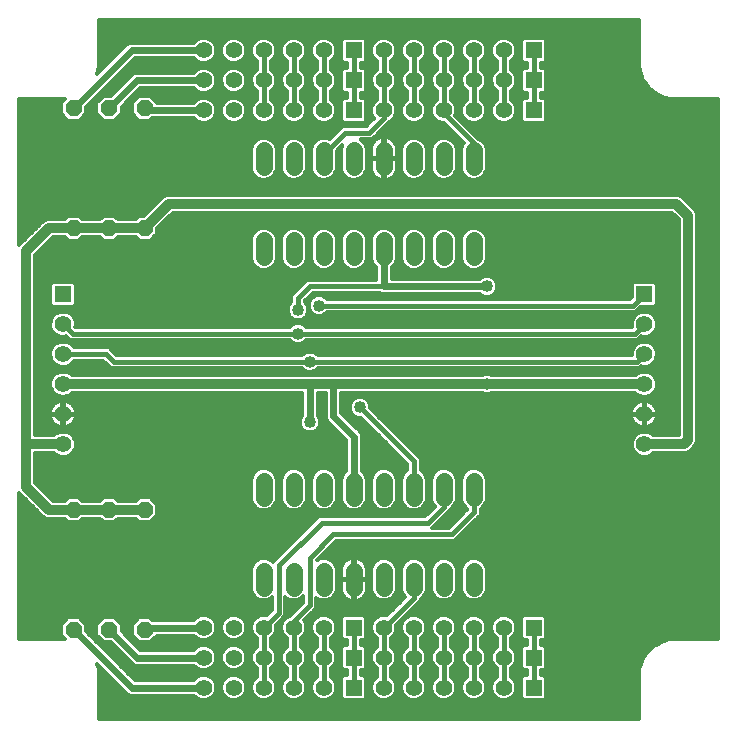
<source format=gbl>
G75*
G70*
%OFA0B0*%
%FSLAX24Y24*%
%IPPOS*%
%LPD*%
%AMOC8*
5,1,8,0,0,1.08239X$1,22.5*
%
%ADD10R,0.0555X0.0555*%
%ADD11C,0.0555*%
%ADD12C,0.0560*%
%ADD13OC8,0.0560*%
%ADD14C,0.0120*%
%ADD15C,0.0400*%
%ADD16C,0.0320*%
%ADD17C,0.0160*%
%ADD18C,0.0240*%
D10*
X019686Y004606D03*
X019686Y005606D03*
X019686Y006606D03*
X025686Y006606D03*
X025686Y005606D03*
X025686Y004606D03*
X029360Y017728D03*
X025686Y023850D03*
X025686Y024850D03*
X025686Y025850D03*
X019686Y025850D03*
X019686Y024850D03*
X019686Y023850D03*
X009990Y017728D03*
D11*
X009990Y016728D03*
X009990Y015728D03*
X009990Y014728D03*
X009990Y013728D03*
X009990Y012728D03*
X014686Y006606D03*
X015686Y006606D03*
X016686Y006606D03*
X017686Y006606D03*
X018686Y006606D03*
X018686Y005606D03*
X017686Y005606D03*
X016686Y005606D03*
X015686Y005606D03*
X014686Y005606D03*
X014686Y004606D03*
X015686Y004606D03*
X016686Y004606D03*
X017686Y004606D03*
X018686Y004606D03*
X020686Y004606D03*
X020686Y005606D03*
X021686Y005606D03*
X022686Y005606D03*
X022686Y004606D03*
X021686Y004606D03*
X023686Y004606D03*
X024686Y004606D03*
X024686Y005606D03*
X023686Y005606D03*
X023686Y006606D03*
X024686Y006606D03*
X022686Y006606D03*
X021686Y006606D03*
X020686Y006606D03*
X029360Y012728D03*
X029360Y013728D03*
X029360Y014728D03*
X029360Y015728D03*
X029360Y016728D03*
X024686Y023850D03*
X023686Y023850D03*
X022686Y023850D03*
X021686Y023850D03*
X020686Y023850D03*
X020686Y024850D03*
X021686Y024850D03*
X022686Y024850D03*
X023686Y024850D03*
X024686Y024850D03*
X024686Y025850D03*
X023686Y025850D03*
X022686Y025850D03*
X021686Y025850D03*
X020686Y025850D03*
X018686Y025850D03*
X017686Y025850D03*
X016686Y025850D03*
X015686Y025850D03*
X014686Y025850D03*
X014686Y024850D03*
X014686Y023850D03*
X015686Y023850D03*
X016686Y023850D03*
X016686Y024850D03*
X015686Y024850D03*
X017686Y024850D03*
X018686Y024850D03*
X018686Y023850D03*
X017686Y023850D03*
D12*
X017686Y022520D02*
X017686Y021960D01*
X018686Y021960D02*
X018686Y022520D01*
X019686Y022520D02*
X019686Y021960D01*
X020686Y021960D02*
X020686Y022520D01*
X021686Y022520D02*
X021686Y021960D01*
X022686Y021960D02*
X022686Y022520D01*
X023686Y022520D02*
X023686Y021960D01*
X023686Y019520D02*
X023686Y018960D01*
X022686Y018960D02*
X022686Y019520D01*
X021686Y019520D02*
X021686Y018960D01*
X020686Y018960D02*
X020686Y019520D01*
X019686Y019520D02*
X019686Y018960D01*
X018686Y018960D02*
X018686Y019520D01*
X017686Y019520D02*
X017686Y018960D01*
X016686Y018960D02*
X016686Y019520D01*
X016686Y021960D02*
X016686Y022520D01*
X016686Y011496D02*
X016686Y010936D01*
X017686Y010936D02*
X017686Y011496D01*
X018686Y011496D02*
X018686Y010936D01*
X019686Y010936D02*
X019686Y011496D01*
X020686Y011496D02*
X020686Y010936D01*
X021686Y010936D02*
X021686Y011496D01*
X022686Y011496D02*
X022686Y010936D01*
X023686Y010936D02*
X023686Y011496D01*
X023686Y008496D02*
X023686Y007936D01*
X022686Y007936D02*
X022686Y008496D01*
X021686Y008496D02*
X021686Y007936D01*
X020686Y007936D02*
X020686Y008496D01*
X019686Y008496D02*
X019686Y007936D01*
X018686Y007936D02*
X018686Y008496D01*
X017686Y008496D02*
X017686Y007936D01*
X016686Y007936D02*
X016686Y008496D01*
D13*
X012706Y006535D03*
X011525Y006535D03*
X010344Y006535D03*
X010344Y010535D03*
X011525Y010535D03*
X012706Y010535D03*
X012706Y019921D03*
X011525Y019921D03*
X010344Y019921D03*
X010344Y023921D03*
X011525Y023921D03*
X012706Y023921D03*
D14*
X008535Y011100D02*
X008535Y006233D01*
X009928Y006233D01*
X009930Y006234D01*
X009952Y006233D01*
X009975Y006233D01*
X009977Y006231D01*
X010060Y006225D01*
X009924Y006361D01*
X009924Y006709D01*
X010170Y006955D01*
X010518Y006955D01*
X010764Y006709D01*
X010764Y006482D01*
X012381Y004866D01*
X014356Y004866D01*
X014450Y004960D01*
X014603Y005023D01*
X014769Y005023D01*
X014923Y004960D01*
X015040Y004842D01*
X015104Y004689D01*
X015104Y004523D01*
X015040Y004369D01*
X014923Y004252D01*
X014769Y004188D01*
X014603Y004188D01*
X014450Y004252D01*
X014356Y004346D01*
X012325Y004346D01*
X012221Y004346D01*
X012126Y004385D01*
X011124Y005387D01*
X011133Y005364D01*
X011137Y005361D01*
X011141Y005341D01*
X011148Y005322D01*
X011146Y005317D01*
X011174Y005192D01*
X011177Y005189D01*
X011179Y005168D01*
X011183Y005148D01*
X011181Y005144D01*
X011190Y005018D01*
X011191Y005016D01*
X011191Y004994D01*
X011193Y004971D01*
X011191Y004969D01*
X011191Y003577D01*
X029182Y003577D01*
X029182Y004969D01*
X029180Y004971D01*
X029182Y004994D01*
X029182Y005016D01*
X029183Y005018D01*
X029192Y005144D01*
X029190Y005148D01*
X029194Y005168D01*
X029196Y005189D01*
X029199Y005192D01*
X029227Y005317D01*
X029225Y005322D01*
X029232Y005341D01*
X029236Y005361D01*
X029240Y005364D01*
X029285Y005484D01*
X029284Y005489D01*
X029294Y005507D01*
X029301Y005526D01*
X029305Y005528D01*
X029367Y005641D01*
X029366Y005646D01*
X029379Y005663D01*
X029388Y005681D01*
X029393Y005682D01*
X029470Y005785D01*
X029470Y005790D01*
X029485Y005804D01*
X029497Y005821D01*
X029502Y005821D01*
X029593Y005912D01*
X029593Y005917D01*
X029610Y005930D01*
X029624Y005944D01*
X029629Y005944D01*
X029732Y006021D01*
X029734Y006026D01*
X029751Y006036D01*
X029768Y006048D01*
X029773Y006047D01*
X029886Y006109D01*
X029888Y006113D01*
X029907Y006120D01*
X029925Y006130D01*
X029930Y006129D01*
X030050Y006174D01*
X030053Y006178D01*
X030073Y006182D01*
X030092Y006190D01*
X030097Y006188D01*
X030222Y006215D01*
X030226Y006219D01*
X030246Y006220D01*
X030266Y006224D01*
X030270Y006222D01*
X030396Y006231D01*
X030398Y006233D01*
X030421Y006233D01*
X030443Y006234D01*
X030445Y006233D01*
X031837Y006233D01*
X031837Y024223D01*
X030445Y024223D01*
X030443Y024221D01*
X030421Y024223D01*
X030398Y024223D01*
X030396Y024225D01*
X030270Y024234D01*
X030266Y024231D01*
X030246Y024235D01*
X030226Y024237D01*
X030222Y024240D01*
X030097Y024268D01*
X030092Y024266D01*
X030073Y024273D01*
X030053Y024277D01*
X030050Y024281D01*
X029930Y024326D01*
X029925Y024325D01*
X029907Y024335D01*
X029888Y024342D01*
X029886Y024346D01*
X029773Y024408D01*
X029768Y024407D01*
X029751Y024420D01*
X029734Y024430D01*
X029732Y024434D01*
X029629Y024511D01*
X029624Y024511D01*
X029610Y024526D01*
X029593Y024538D01*
X029593Y024543D01*
X029502Y024634D01*
X029497Y024635D01*
X029485Y024651D01*
X029470Y024666D01*
X029470Y024670D01*
X029393Y024774D01*
X029388Y024775D01*
X029379Y024793D01*
X029366Y024809D01*
X029367Y024814D01*
X029305Y024927D01*
X029301Y024929D01*
X029294Y024948D01*
X029284Y024966D01*
X029285Y024971D01*
X029240Y025091D01*
X029236Y025094D01*
X029232Y025114D01*
X029225Y025134D01*
X029227Y025138D01*
X029199Y025264D01*
X029196Y025267D01*
X029194Y025287D01*
X029190Y025307D01*
X029192Y025311D01*
X029183Y025437D01*
X029182Y025439D01*
X029182Y025462D01*
X029180Y025484D01*
X029182Y025486D01*
X029182Y026879D01*
X011191Y026879D01*
X011191Y025486D01*
X011193Y025484D01*
X011191Y025462D01*
X011191Y025439D01*
X011190Y025437D01*
X011181Y025311D01*
X011183Y025307D01*
X011179Y025287D01*
X011177Y025267D01*
X011174Y025264D01*
X011146Y025138D01*
X011148Y025134D01*
X011141Y025114D01*
X011137Y025094D01*
X011133Y025091D01*
X011124Y025068D01*
X012126Y026070D01*
X012221Y026110D01*
X012325Y026110D01*
X014356Y026110D01*
X014450Y026204D01*
X014603Y026267D01*
X014769Y026267D01*
X014923Y026204D01*
X015040Y026086D01*
X015104Y025933D01*
X015104Y025767D01*
X015040Y025613D01*
X014923Y025496D01*
X014769Y025432D01*
X014603Y025432D01*
X014450Y025496D01*
X014356Y025590D01*
X012381Y025590D01*
X010764Y023973D01*
X010764Y023747D01*
X010518Y023501D01*
X010170Y023501D01*
X009924Y023747D01*
X009924Y024095D01*
X010060Y024231D01*
X009977Y024225D01*
X009975Y024223D01*
X009952Y024223D01*
X009930Y024221D01*
X009928Y024223D01*
X008535Y024223D01*
X008535Y019355D01*
X008599Y019419D01*
X008599Y019419D01*
X009271Y020091D01*
X009271Y020091D01*
X009355Y020175D01*
X009465Y020221D01*
X010050Y020221D01*
X010170Y020341D01*
X010518Y020341D01*
X010638Y020221D01*
X011231Y020221D01*
X011351Y020341D01*
X011699Y020341D01*
X011819Y020221D01*
X012412Y020221D01*
X012532Y020341D01*
X012702Y020341D01*
X013355Y020994D01*
X013465Y021039D01*
X013585Y021039D01*
X030482Y021039D01*
X030593Y020994D01*
X030677Y020909D01*
X031071Y020516D01*
X031116Y020406D01*
X031116Y020286D01*
X031116Y012806D01*
X031071Y012696D01*
X030986Y012611D01*
X030986Y012611D01*
X030849Y012473D01*
X030738Y012428D01*
X030619Y012428D01*
X029650Y012428D01*
X029596Y012374D01*
X029443Y012310D01*
X029277Y012310D01*
X029123Y012374D01*
X029006Y012491D01*
X028942Y012645D01*
X028942Y012811D01*
X029006Y012964D01*
X029123Y013082D01*
X029277Y013145D01*
X029443Y013145D01*
X029596Y013082D01*
X029650Y013028D01*
X030516Y013028D01*
X030516Y020222D01*
X030298Y020440D01*
X013649Y020440D01*
X013126Y019916D01*
X013126Y019747D01*
X012880Y019501D01*
X012532Y019501D01*
X012412Y019621D01*
X011819Y019621D01*
X011699Y019501D01*
X011351Y019501D01*
X011231Y019621D01*
X010638Y019621D01*
X010518Y019501D01*
X010170Y019501D01*
X010050Y019621D01*
X009649Y019621D01*
X009069Y019040D01*
X009069Y013028D01*
X009699Y013028D01*
X009753Y013082D01*
X009907Y013145D01*
X010073Y013145D01*
X010226Y013082D01*
X010344Y012964D01*
X010407Y012811D01*
X010407Y012645D01*
X010344Y012491D01*
X010226Y012374D01*
X010073Y012310D01*
X009907Y012310D01*
X009753Y012374D01*
X009699Y012428D01*
X009069Y012428D01*
X009069Y011415D01*
X009649Y010835D01*
X010050Y010835D01*
X010170Y010955D01*
X010518Y010955D01*
X010638Y010835D01*
X011231Y010835D01*
X011351Y010955D01*
X011699Y010955D01*
X011819Y010835D01*
X012412Y010835D01*
X012532Y010955D01*
X012880Y010955D01*
X013126Y010709D01*
X013126Y010361D01*
X012880Y010115D01*
X012532Y010115D01*
X012412Y010235D01*
X011819Y010235D01*
X011699Y010115D01*
X011351Y010115D01*
X011231Y010235D01*
X010638Y010235D01*
X010518Y010115D01*
X010170Y010115D01*
X010050Y010235D01*
X009585Y010235D01*
X009465Y010235D01*
X009355Y010280D01*
X008535Y011100D01*
X008535Y011003D02*
X008632Y011003D01*
X008535Y010885D02*
X008751Y010885D01*
X008869Y010766D02*
X008535Y010766D01*
X008535Y010648D02*
X008988Y010648D01*
X009106Y010529D02*
X008535Y010529D01*
X008535Y010411D02*
X009225Y010411D01*
X009343Y010292D02*
X008535Y010292D01*
X008535Y010174D02*
X010111Y010174D01*
X010577Y010174D02*
X011292Y010174D01*
X011758Y010174D02*
X012473Y010174D01*
X012939Y010174D02*
X018365Y010174D01*
X018392Y010201D02*
X016984Y008793D01*
X016924Y008852D01*
X016770Y008916D01*
X016603Y008916D01*
X016449Y008852D01*
X016330Y008734D01*
X016266Y008579D01*
X016266Y007852D01*
X016330Y007698D01*
X016449Y007580D01*
X016603Y007516D01*
X016770Y007516D01*
X016924Y007580D01*
X016964Y007620D01*
X016964Y007199D01*
X016783Y007017D01*
X016769Y007023D01*
X016603Y007023D01*
X016450Y006960D01*
X016333Y006842D01*
X016269Y006689D01*
X016269Y006523D01*
X016333Y006369D01*
X016450Y006252D01*
X016466Y006245D01*
X016466Y005966D01*
X016450Y005960D01*
X016333Y005842D01*
X016269Y005689D01*
X016269Y005523D01*
X016333Y005369D01*
X016450Y005252D01*
X016466Y005245D01*
X016466Y004966D01*
X016450Y004960D01*
X016333Y004842D01*
X016269Y004689D01*
X016269Y004523D01*
X016333Y004369D01*
X016450Y004252D01*
X016603Y004188D01*
X016769Y004188D01*
X016923Y004252D01*
X017040Y004369D01*
X017104Y004523D01*
X017104Y004689D01*
X017040Y004842D01*
X016923Y004960D01*
X016906Y004966D01*
X016906Y005245D01*
X016923Y005252D01*
X017040Y005369D01*
X017104Y005523D01*
X017104Y005689D01*
X017040Y005842D01*
X016923Y005960D01*
X016906Y005966D01*
X016906Y006245D01*
X016923Y006252D01*
X017040Y006369D01*
X017104Y006523D01*
X017104Y006689D01*
X017096Y006708D01*
X017276Y006888D01*
X017404Y007016D01*
X017404Y007624D01*
X017449Y007580D01*
X017603Y007516D01*
X017770Y007516D01*
X017924Y007580D01*
X017998Y007654D01*
X017998Y007445D01*
X017557Y007004D01*
X017450Y006960D01*
X017333Y006842D01*
X017269Y006689D01*
X017269Y006523D01*
X017333Y006369D01*
X017450Y006252D01*
X017466Y006245D01*
X017466Y005966D01*
X017450Y005960D01*
X017333Y005842D01*
X017269Y005689D01*
X017269Y005523D01*
X017333Y005369D01*
X017450Y005252D01*
X017466Y005245D01*
X017466Y004966D01*
X017450Y004960D01*
X017333Y004842D01*
X017269Y004689D01*
X017269Y004523D01*
X017333Y004369D01*
X017450Y004252D01*
X017603Y004188D01*
X017769Y004188D01*
X017923Y004252D01*
X018040Y004369D01*
X018104Y004523D01*
X018104Y004689D01*
X018040Y004842D01*
X017923Y004960D01*
X017906Y004966D01*
X017906Y005245D01*
X017923Y005252D01*
X018040Y005369D01*
X018104Y005523D01*
X018104Y005689D01*
X018040Y005842D01*
X017923Y005960D01*
X017906Y005966D01*
X017906Y006245D01*
X017923Y006252D01*
X018040Y006369D01*
X018104Y006523D01*
X018104Y006689D01*
X018040Y006842D01*
X018029Y006854D01*
X018309Y007134D01*
X018438Y007263D01*
X018438Y007591D01*
X018449Y007580D01*
X018603Y007516D01*
X018770Y007516D01*
X018924Y007580D01*
X019042Y007698D01*
X019106Y007852D01*
X019106Y008579D01*
X019042Y008734D01*
X018924Y008852D01*
X018770Y008916D01*
X018603Y008916D01*
X018455Y008855D01*
X019096Y009496D01*
X022851Y009496D01*
X023033Y009496D01*
X023906Y010369D01*
X023906Y010551D01*
X023906Y010572D01*
X023924Y010580D01*
X024042Y010698D01*
X024106Y010852D01*
X024106Y011579D01*
X024042Y011734D01*
X023924Y011852D01*
X023770Y011916D01*
X023603Y011916D01*
X023449Y011852D01*
X023330Y011734D01*
X023266Y011579D01*
X023266Y010852D01*
X023330Y010698D01*
X023449Y010580D01*
X023466Y010572D01*
X023466Y010551D01*
X022851Y009936D01*
X022292Y009936D01*
X022906Y010550D01*
X022906Y010572D01*
X022924Y010580D01*
X023042Y010698D01*
X023106Y010852D01*
X023106Y011579D01*
X023042Y011734D01*
X022924Y011852D01*
X022770Y011916D01*
X022603Y011916D01*
X022449Y011852D01*
X022330Y011734D01*
X022266Y011579D01*
X022266Y010852D01*
X022330Y010698D01*
X022381Y010647D01*
X022064Y010330D01*
X018521Y010330D01*
X018392Y010201D01*
X018483Y010292D02*
X013057Y010292D01*
X013126Y010411D02*
X022145Y010411D01*
X022264Y010529D02*
X021802Y010529D01*
X021770Y010516D02*
X021924Y010580D01*
X022042Y010698D01*
X022106Y010852D01*
X022106Y011579D01*
X022042Y011734D01*
X021924Y011852D01*
X021906Y011859D01*
X021906Y012062D01*
X021906Y012244D01*
X020231Y013919D01*
X020231Y014016D01*
X020179Y014141D01*
X020084Y014236D01*
X019959Y014288D01*
X019824Y014288D01*
X019699Y014236D01*
X019603Y014141D01*
X019551Y014016D01*
X019551Y013881D01*
X019603Y013756D01*
X019699Y013660D01*
X019824Y013608D01*
X019920Y013608D01*
X021466Y012062D01*
X021466Y011859D01*
X021449Y011852D01*
X021330Y011734D01*
X021266Y011579D01*
X021266Y010852D01*
X021330Y010698D01*
X021449Y010580D01*
X021603Y010516D01*
X021770Y010516D01*
X021571Y010529D02*
X020802Y010529D01*
X020770Y010516D02*
X020924Y010580D01*
X021042Y010698D01*
X021106Y010852D01*
X021106Y011579D01*
X021042Y011734D01*
X020924Y011852D01*
X020770Y011916D01*
X020603Y011916D01*
X020449Y011852D01*
X020330Y011734D01*
X020266Y011579D01*
X020266Y010852D01*
X020330Y010698D01*
X020449Y010580D01*
X020603Y010516D01*
X020770Y010516D01*
X020571Y010529D02*
X019802Y010529D01*
X019770Y010516D02*
X019924Y010580D01*
X020042Y010698D01*
X020106Y010852D01*
X020106Y011579D01*
X020042Y011734D01*
X019946Y011830D01*
X019946Y012920D01*
X019946Y013024D01*
X019907Y013119D01*
X019265Y013761D01*
X019265Y014428D01*
X023959Y014428D01*
X024056Y014388D01*
X024191Y014388D01*
X024288Y014428D01*
X029069Y014428D01*
X029123Y014374D01*
X029277Y014310D01*
X029443Y014310D01*
X029596Y014374D01*
X029714Y014491D01*
X029777Y014645D01*
X029777Y014811D01*
X029714Y014964D01*
X029596Y015082D01*
X029443Y015145D01*
X029277Y015145D01*
X029123Y015082D01*
X029069Y015028D01*
X024288Y015028D01*
X024191Y015068D01*
X024056Y015068D01*
X023959Y015028D01*
X018946Y015028D01*
X018207Y015028D01*
X010280Y015028D01*
X010226Y015082D01*
X010073Y015145D01*
X009907Y015145D01*
X009753Y015082D01*
X009636Y014964D01*
X009572Y014811D01*
X009572Y014645D01*
X009636Y014491D01*
X009753Y014374D01*
X009907Y014310D01*
X010073Y014310D01*
X010226Y014374D01*
X010280Y014428D01*
X017958Y014428D01*
X017958Y013677D01*
X017930Y013649D01*
X017878Y013524D01*
X017878Y013388D01*
X017930Y013263D01*
X018025Y013168D01*
X018150Y013116D01*
X018286Y013116D01*
X018411Y013168D01*
X018506Y013263D01*
X018558Y013388D01*
X018558Y013524D01*
X018506Y013649D01*
X018478Y013677D01*
X018478Y014428D01*
X018745Y014428D01*
X018745Y013601D01*
X018785Y013506D01*
X018858Y013432D01*
X019426Y012864D01*
X019426Y011830D01*
X019330Y011734D01*
X019266Y011579D01*
X019266Y010852D01*
X019330Y010698D01*
X019449Y010580D01*
X019603Y010516D01*
X019770Y010516D01*
X019571Y010529D02*
X018802Y010529D01*
X018770Y010516D02*
X018924Y010580D01*
X019042Y010698D01*
X019106Y010852D01*
X019106Y011579D01*
X019042Y011734D01*
X018924Y011852D01*
X018770Y011916D01*
X018603Y011916D01*
X018449Y011852D01*
X018330Y011734D01*
X018266Y011579D01*
X018266Y010852D01*
X018330Y010698D01*
X018449Y010580D01*
X018603Y010516D01*
X018770Y010516D01*
X018571Y010529D02*
X017802Y010529D01*
X017770Y010516D02*
X017924Y010580D01*
X018042Y010698D01*
X018106Y010852D01*
X018106Y011579D01*
X018042Y011734D01*
X017924Y011852D01*
X017770Y011916D01*
X017603Y011916D01*
X017449Y011852D01*
X017330Y011734D01*
X017266Y011579D01*
X017266Y010852D01*
X017330Y010698D01*
X017449Y010580D01*
X017603Y010516D01*
X017770Y010516D01*
X017571Y010529D02*
X016802Y010529D01*
X016770Y010516D02*
X016924Y010580D01*
X017042Y010698D01*
X017106Y010852D01*
X017106Y011579D01*
X017042Y011734D01*
X016924Y011852D01*
X016770Y011916D01*
X016603Y011916D01*
X016449Y011852D01*
X016330Y011734D01*
X016266Y011579D01*
X016266Y010852D01*
X016330Y010698D01*
X016449Y010580D01*
X016603Y010516D01*
X016770Y010516D01*
X016571Y010529D02*
X013126Y010529D01*
X013126Y010648D02*
X016381Y010648D01*
X016302Y010766D02*
X013068Y010766D01*
X012950Y010885D02*
X016266Y010885D01*
X016266Y011003D02*
X009481Y011003D01*
X009599Y010885D02*
X010100Y010885D01*
X010588Y010885D02*
X011281Y010885D01*
X011769Y010885D02*
X012462Y010885D01*
X010278Y012426D02*
X019426Y012426D01*
X019426Y012307D02*
X009069Y012307D01*
X009069Y012189D02*
X019426Y012189D01*
X019426Y012070D02*
X009069Y012070D01*
X009069Y011952D02*
X019426Y011952D01*
X019426Y011833D02*
X018943Y011833D01*
X019050Y011715D02*
X019323Y011715D01*
X019273Y011596D02*
X019099Y011596D01*
X019106Y011478D02*
X019266Y011478D01*
X019266Y011359D02*
X019106Y011359D01*
X019106Y011241D02*
X019266Y011241D01*
X019266Y011122D02*
X019106Y011122D01*
X019106Y011003D02*
X019266Y011003D01*
X019266Y010885D02*
X019106Y010885D01*
X019071Y010766D02*
X019302Y010766D01*
X019381Y010648D02*
X018992Y010648D01*
X018381Y010648D02*
X017992Y010648D01*
X018071Y010766D02*
X018302Y010766D01*
X018266Y010885D02*
X018106Y010885D01*
X018106Y011003D02*
X018266Y011003D01*
X018266Y011122D02*
X018106Y011122D01*
X018106Y011241D02*
X018266Y011241D01*
X018266Y011359D02*
X018106Y011359D01*
X018106Y011478D02*
X018266Y011478D01*
X018273Y011596D02*
X018099Y011596D01*
X018050Y011715D02*
X018323Y011715D01*
X018430Y011833D02*
X017943Y011833D01*
X017430Y011833D02*
X016943Y011833D01*
X017050Y011715D02*
X017323Y011715D01*
X017273Y011596D02*
X017099Y011596D01*
X017106Y011478D02*
X017266Y011478D01*
X017266Y011359D02*
X017106Y011359D01*
X017106Y011241D02*
X017266Y011241D01*
X017266Y011122D02*
X017106Y011122D01*
X017106Y011003D02*
X017266Y011003D01*
X017266Y010885D02*
X017106Y010885D01*
X017071Y010766D02*
X017302Y010766D01*
X017381Y010648D02*
X016992Y010648D01*
X016266Y011122D02*
X009362Y011122D01*
X009244Y011241D02*
X016266Y011241D01*
X016266Y011359D02*
X009125Y011359D01*
X009069Y011478D02*
X016266Y011478D01*
X016273Y011596D02*
X009069Y011596D01*
X009069Y011715D02*
X016323Y011715D01*
X016430Y011833D02*
X009069Y011833D01*
X009069Y012426D02*
X009701Y012426D01*
X010366Y012545D02*
X019426Y012545D01*
X019426Y012663D02*
X010407Y012663D01*
X010407Y012782D02*
X019426Y012782D01*
X019390Y012900D02*
X010370Y012900D01*
X010289Y013019D02*
X019272Y013019D01*
X019153Y013137D02*
X018337Y013137D01*
X018498Y013256D02*
X019035Y013256D01*
X018916Y013374D02*
X018552Y013374D01*
X018558Y013493D02*
X018798Y013493D01*
X018745Y013611D02*
X018522Y013611D01*
X018478Y013730D02*
X018745Y013730D01*
X018745Y013849D02*
X018478Y013849D01*
X018478Y013967D02*
X018745Y013967D01*
X018745Y014086D02*
X018478Y014086D01*
X018478Y014204D02*
X018745Y014204D01*
X018745Y014323D02*
X018478Y014323D01*
X017958Y014323D02*
X010103Y014323D01*
X010092Y014154D02*
X010024Y014165D01*
X010008Y014165D01*
X010008Y013747D01*
X009971Y013747D01*
X009971Y014165D01*
X009955Y014165D01*
X009887Y014154D01*
X009822Y014133D01*
X009760Y014102D01*
X009705Y014061D01*
X009656Y014013D01*
X009615Y013957D01*
X009584Y013896D01*
X009563Y013830D01*
X009552Y013762D01*
X009552Y013746D01*
X009971Y013746D01*
X009971Y013709D01*
X010008Y013709D01*
X010008Y013290D01*
X010024Y013290D01*
X010092Y013301D01*
X010158Y013322D01*
X010219Y013354D01*
X010275Y013394D01*
X010323Y013443D01*
X010364Y013498D01*
X010395Y013560D01*
X010416Y013625D01*
X010427Y013693D01*
X010427Y013709D01*
X010009Y013709D01*
X010009Y013746D01*
X010427Y013746D01*
X010427Y013762D01*
X010416Y013830D01*
X010395Y013896D01*
X010364Y013957D01*
X010323Y014013D01*
X010275Y014061D01*
X010219Y014102D01*
X010158Y014133D01*
X010092Y014154D01*
X010008Y014086D02*
X009971Y014086D01*
X009971Y013967D02*
X010008Y013967D01*
X010008Y013849D02*
X009971Y013849D01*
X009971Y013730D02*
X009069Y013730D01*
X009069Y013849D02*
X009569Y013849D01*
X009623Y013967D02*
X009069Y013967D01*
X009069Y014086D02*
X009738Y014086D01*
X009876Y014323D02*
X009069Y014323D01*
X009069Y014441D02*
X009686Y014441D01*
X009607Y014560D02*
X009069Y014560D01*
X009069Y014678D02*
X009572Y014678D01*
X009572Y014797D02*
X009069Y014797D01*
X009069Y014915D02*
X009615Y014915D01*
X009705Y015034D02*
X009069Y015034D01*
X009069Y015152D02*
X018105Y015152D01*
X018150Y015134D02*
X018286Y015134D01*
X018411Y015186D01*
X018479Y015254D01*
X029015Y015254D01*
X029197Y015254D01*
X029260Y015317D01*
X029277Y015310D01*
X029443Y015310D01*
X029596Y015374D01*
X029714Y015491D01*
X029777Y015645D01*
X029777Y015811D01*
X029714Y015964D01*
X029596Y016082D01*
X029443Y016145D01*
X029277Y016145D01*
X029123Y016082D01*
X029006Y015964D01*
X028942Y015811D01*
X028942Y015694D01*
X018479Y015694D01*
X018411Y015762D01*
X018286Y015814D01*
X018150Y015814D01*
X018025Y015762D01*
X017957Y015694D01*
X011764Y015694D01*
X011510Y015948D01*
X011328Y015948D01*
X010350Y015948D01*
X010344Y015964D01*
X010226Y016082D01*
X010073Y016145D01*
X009907Y016145D01*
X009753Y016082D01*
X009636Y015964D01*
X009572Y015811D01*
X009572Y015645D01*
X009636Y015491D01*
X009753Y015374D01*
X009907Y015310D01*
X010073Y015310D01*
X010226Y015374D01*
X010344Y015491D01*
X010350Y015508D01*
X011328Y015508D01*
X011582Y015254D01*
X011764Y015254D01*
X017957Y015254D01*
X018025Y015186D01*
X018150Y015134D01*
X018331Y015152D02*
X030516Y015152D01*
X030516Y015034D02*
X029644Y015034D01*
X029734Y014915D02*
X030516Y014915D01*
X030516Y014797D02*
X029777Y014797D01*
X029777Y014678D02*
X030516Y014678D01*
X030516Y014560D02*
X029742Y014560D01*
X029664Y014441D02*
X030516Y014441D01*
X030516Y014323D02*
X029473Y014323D01*
X029462Y014154D02*
X029394Y014165D01*
X029378Y014165D01*
X029378Y013747D01*
X029341Y013747D01*
X029341Y014165D01*
X029325Y014165D01*
X029257Y014154D01*
X029192Y014133D01*
X029130Y014102D01*
X029075Y014061D01*
X029026Y014013D01*
X028986Y013957D01*
X028954Y013896D01*
X028933Y013830D01*
X028922Y013762D01*
X028922Y013746D01*
X029341Y013746D01*
X029341Y013709D01*
X028922Y013709D01*
X028922Y013693D01*
X028933Y013625D01*
X028954Y013560D01*
X028986Y013498D01*
X029026Y013443D01*
X029075Y013394D01*
X029130Y013354D01*
X029192Y013322D01*
X029257Y013301D01*
X029325Y013290D01*
X029341Y013290D01*
X029341Y013709D01*
X029378Y013709D01*
X029378Y013290D01*
X029394Y013290D01*
X029462Y013301D01*
X029528Y013322D01*
X029589Y013354D01*
X029645Y013394D01*
X029693Y013443D01*
X029734Y013498D01*
X029765Y013560D01*
X029786Y013625D01*
X029797Y013693D01*
X029797Y013709D01*
X029379Y013709D01*
X029379Y013746D01*
X029797Y013746D01*
X029797Y013762D01*
X029786Y013830D01*
X029765Y013896D01*
X029734Y013957D01*
X029693Y014013D01*
X029645Y014061D01*
X029589Y014102D01*
X029528Y014133D01*
X029462Y014154D01*
X029378Y014086D02*
X029341Y014086D01*
X029341Y013967D02*
X029378Y013967D01*
X029378Y013849D02*
X029341Y013849D01*
X029341Y013730D02*
X020420Y013730D01*
X020302Y013849D02*
X028939Y013849D01*
X028993Y013967D02*
X020231Y013967D01*
X020202Y014086D02*
X029108Y014086D01*
X029247Y014323D02*
X019265Y014323D01*
X019265Y014204D02*
X019666Y014204D01*
X019580Y014086D02*
X019265Y014086D01*
X019265Y013967D02*
X019551Y013967D01*
X019564Y013849D02*
X019265Y013849D01*
X019296Y013730D02*
X019629Y013730D01*
X019816Y013611D02*
X019414Y013611D01*
X019533Y013493D02*
X020035Y013493D01*
X020154Y013374D02*
X019652Y013374D01*
X019770Y013256D02*
X020272Y013256D01*
X020391Y013137D02*
X019889Y013137D01*
X019946Y013019D02*
X020510Y013019D01*
X020628Y012900D02*
X019946Y012900D01*
X019946Y012782D02*
X020747Y012782D01*
X020865Y012663D02*
X019946Y012663D01*
X019946Y012545D02*
X020984Y012545D01*
X021102Y012426D02*
X019946Y012426D01*
X019946Y012307D02*
X021221Y012307D01*
X021339Y012189D02*
X019946Y012189D01*
X019946Y012070D02*
X021458Y012070D01*
X021466Y011952D02*
X019946Y011952D01*
X019946Y011833D02*
X020430Y011833D01*
X020323Y011715D02*
X020050Y011715D01*
X020099Y011596D02*
X020273Y011596D01*
X020266Y011478D02*
X020106Y011478D01*
X020106Y011359D02*
X020266Y011359D01*
X020266Y011241D02*
X020106Y011241D01*
X020106Y011122D02*
X020266Y011122D01*
X020266Y011003D02*
X020106Y011003D01*
X020106Y010885D02*
X020266Y010885D01*
X020302Y010766D02*
X020071Y010766D01*
X019992Y010648D02*
X020381Y010648D01*
X020992Y010648D02*
X021381Y010648D01*
X021302Y010766D02*
X021071Y010766D01*
X021106Y010885D02*
X021266Y010885D01*
X021266Y011003D02*
X021106Y011003D01*
X021106Y011122D02*
X021266Y011122D01*
X021266Y011241D02*
X021106Y011241D01*
X021106Y011359D02*
X021266Y011359D01*
X021266Y011478D02*
X021106Y011478D01*
X021099Y011596D02*
X021273Y011596D01*
X021323Y011715D02*
X021050Y011715D01*
X020943Y011833D02*
X021430Y011833D01*
X021906Y011952D02*
X031837Y011952D01*
X031837Y012070D02*
X021906Y012070D01*
X021906Y012189D02*
X031837Y012189D01*
X031837Y012307D02*
X021843Y012307D01*
X021724Y012426D02*
X029071Y012426D01*
X028984Y012545D02*
X021606Y012545D01*
X021487Y012663D02*
X028942Y012663D01*
X028942Y012782D02*
X021369Y012782D01*
X021250Y012900D02*
X028979Y012900D01*
X029060Y013019D02*
X021132Y013019D01*
X021013Y013137D02*
X029258Y013137D01*
X029462Y013137D02*
X030516Y013137D01*
X030516Y013256D02*
X020895Y013256D01*
X020776Y013374D02*
X029102Y013374D01*
X028990Y013493D02*
X020658Y013493D01*
X020539Y013611D02*
X028937Y013611D01*
X029341Y013611D02*
X029378Y013611D01*
X029378Y013493D02*
X029341Y013493D01*
X029341Y013374D02*
X029378Y013374D01*
X029618Y013374D02*
X030516Y013374D01*
X030516Y013493D02*
X029730Y013493D01*
X029782Y013611D02*
X030516Y013611D01*
X030516Y013730D02*
X029379Y013730D01*
X029780Y013849D02*
X030516Y013849D01*
X030516Y013967D02*
X029727Y013967D01*
X029611Y014086D02*
X030516Y014086D01*
X030516Y014204D02*
X020116Y014204D01*
X017958Y014204D02*
X009069Y014204D01*
X009552Y013709D02*
X009552Y013693D01*
X009563Y013625D01*
X009584Y013560D01*
X009615Y013498D01*
X009656Y013443D01*
X009705Y013394D01*
X009760Y013354D01*
X009822Y013322D01*
X009887Y013301D01*
X009955Y013290D01*
X009971Y013290D01*
X009971Y013709D01*
X009552Y013709D01*
X009567Y013611D02*
X009069Y013611D01*
X009069Y013493D02*
X009619Y013493D01*
X009732Y013374D02*
X009069Y013374D01*
X009069Y013256D02*
X017937Y013256D01*
X017884Y013374D02*
X010247Y013374D01*
X010360Y013493D02*
X017878Y013493D01*
X017914Y013611D02*
X010412Y013611D01*
X010410Y013849D02*
X017958Y013849D01*
X017958Y013967D02*
X010356Y013967D01*
X010241Y014086D02*
X017958Y014086D01*
X017958Y013730D02*
X010009Y013730D01*
X010008Y013611D02*
X009971Y013611D01*
X009971Y013493D02*
X010008Y013493D01*
X010008Y013374D02*
X009971Y013374D01*
X009887Y013137D02*
X009069Y013137D01*
X010092Y013137D02*
X018099Y013137D01*
X018009Y015745D02*
X011712Y015745D01*
X011594Y015864D02*
X028964Y015864D01*
X028942Y015745D02*
X018427Y015745D01*
X018017Y016121D02*
X018085Y016189D01*
X028950Y016189D01*
X029132Y016189D01*
X029260Y016317D01*
X029277Y016310D01*
X029443Y016310D01*
X029596Y016374D01*
X029714Y016491D01*
X029777Y016645D01*
X029777Y016811D01*
X029714Y016964D01*
X029596Y017082D01*
X029443Y017145D01*
X029277Y017145D01*
X029123Y017082D01*
X029006Y016964D01*
X028942Y016811D01*
X028942Y016645D01*
X028949Y016629D01*
X018085Y016629D01*
X018017Y016697D01*
X017892Y016749D01*
X017757Y016749D01*
X017632Y016697D01*
X017563Y016629D01*
X010400Y016629D01*
X010407Y016645D01*
X010407Y016811D01*
X010344Y016964D01*
X010226Y017082D01*
X010073Y017145D01*
X009907Y017145D01*
X009753Y017082D01*
X009636Y016964D01*
X009572Y016811D01*
X009572Y016645D01*
X009636Y016491D01*
X009753Y016374D01*
X009907Y016310D01*
X010073Y016310D01*
X010089Y016317D01*
X010217Y016189D01*
X010400Y016189D01*
X017563Y016189D01*
X017632Y016121D01*
X017757Y016069D01*
X017892Y016069D01*
X018017Y016121D01*
X017969Y016101D02*
X029170Y016101D01*
X029162Y016219D02*
X030516Y016219D01*
X030516Y016101D02*
X029550Y016101D01*
X029695Y015982D02*
X030516Y015982D01*
X030516Y015864D02*
X029755Y015864D01*
X029777Y015745D02*
X030516Y015745D01*
X030516Y015627D02*
X029770Y015627D01*
X029721Y015508D02*
X030516Y015508D01*
X030516Y015390D02*
X029612Y015390D01*
X029214Y015271D02*
X030516Y015271D01*
X031116Y015271D02*
X031837Y015271D01*
X031837Y015152D02*
X031116Y015152D01*
X031116Y015034D02*
X031837Y015034D01*
X031837Y014915D02*
X031116Y014915D01*
X031116Y014797D02*
X031837Y014797D01*
X031837Y014678D02*
X031116Y014678D01*
X031116Y014560D02*
X031837Y014560D01*
X031837Y014441D02*
X031116Y014441D01*
X031116Y014323D02*
X031837Y014323D01*
X031837Y014204D02*
X031116Y014204D01*
X031116Y014086D02*
X031837Y014086D01*
X031837Y013967D02*
X031116Y013967D01*
X031116Y013849D02*
X031837Y013849D01*
X031837Y013730D02*
X031116Y013730D01*
X031116Y013611D02*
X031837Y013611D01*
X031837Y013493D02*
X031116Y013493D01*
X031116Y013374D02*
X031837Y013374D01*
X031837Y013256D02*
X031116Y013256D01*
X031116Y013137D02*
X031837Y013137D01*
X031837Y013019D02*
X031116Y013019D01*
X031116Y012900D02*
X031837Y012900D01*
X031837Y012782D02*
X031106Y012782D01*
X031038Y012663D02*
X031837Y012663D01*
X031837Y012545D02*
X030920Y012545D01*
X031837Y012426D02*
X029648Y012426D01*
X031837Y011833D02*
X023943Y011833D01*
X024050Y011715D02*
X031837Y011715D01*
X031837Y011596D02*
X024099Y011596D01*
X024106Y011478D02*
X031837Y011478D01*
X031837Y011359D02*
X024106Y011359D01*
X024106Y011241D02*
X031837Y011241D01*
X031837Y011122D02*
X024106Y011122D01*
X024106Y011003D02*
X031837Y011003D01*
X031837Y010885D02*
X024106Y010885D01*
X024071Y010766D02*
X031837Y010766D01*
X031837Y010648D02*
X023992Y010648D01*
X023906Y010529D02*
X031837Y010529D01*
X031837Y010411D02*
X023906Y010411D01*
X023830Y010292D02*
X031837Y010292D01*
X031837Y010174D02*
X023711Y010174D01*
X023593Y010055D02*
X031837Y010055D01*
X031837Y009937D02*
X023474Y009937D01*
X023356Y009818D02*
X031837Y009818D01*
X031837Y009699D02*
X023237Y009699D01*
X023119Y009581D02*
X031837Y009581D01*
X031837Y009462D02*
X019063Y009462D01*
X018944Y009344D02*
X031837Y009344D01*
X031837Y009225D02*
X018826Y009225D01*
X018707Y009107D02*
X031837Y009107D01*
X031837Y008988D02*
X018589Y008988D01*
X018491Y008870D02*
X018470Y008870D01*
X018881Y008870D02*
X019452Y008870D01*
X019456Y008872D02*
X019400Y008831D01*
X019351Y008783D01*
X019310Y008726D01*
X019279Y008665D01*
X019257Y008599D01*
X019246Y008531D01*
X019246Y008236D01*
X019666Y008236D01*
X019666Y008196D01*
X019246Y008196D01*
X019246Y007901D01*
X019257Y007833D01*
X019279Y007767D01*
X019310Y007705D01*
X019351Y007649D01*
X019400Y007600D01*
X019456Y007560D01*
X019518Y007528D01*
X019583Y007507D01*
X019652Y007496D01*
X019666Y007496D01*
X019666Y008196D01*
X019706Y008196D01*
X019706Y007496D01*
X019721Y007496D01*
X019789Y007507D01*
X019855Y007528D01*
X019917Y007560D01*
X019973Y007600D01*
X020022Y007649D01*
X020063Y007705D01*
X020094Y007767D01*
X020116Y007833D01*
X020126Y007901D01*
X020126Y008196D01*
X019707Y008196D01*
X019707Y008236D01*
X020126Y008236D01*
X020126Y008531D01*
X020116Y008599D01*
X020094Y008665D01*
X020063Y008726D01*
X020022Y008783D01*
X019973Y008831D01*
X019917Y008872D01*
X019855Y008904D01*
X019789Y008925D01*
X019721Y008936D01*
X019706Y008936D01*
X019706Y008236D01*
X019666Y008236D01*
X019666Y008936D01*
X019652Y008936D01*
X019583Y008925D01*
X019518Y008904D01*
X019456Y008872D01*
X019328Y008751D02*
X019025Y008751D01*
X019084Y008633D02*
X019268Y008633D01*
X019246Y008514D02*
X019106Y008514D01*
X019106Y008396D02*
X019246Y008396D01*
X019246Y008277D02*
X019106Y008277D01*
X019106Y008158D02*
X019246Y008158D01*
X019246Y008040D02*
X019106Y008040D01*
X019106Y007921D02*
X019246Y007921D01*
X019267Y007803D02*
X019086Y007803D01*
X019029Y007684D02*
X019325Y007684D01*
X019447Y007566D02*
X018890Y007566D01*
X018483Y007566D02*
X018438Y007566D01*
X018438Y007447D02*
X021217Y007447D01*
X021098Y007329D02*
X018438Y007329D01*
X018385Y007210D02*
X020980Y007210D01*
X020861Y007092D02*
X018267Y007092D01*
X018148Y006973D02*
X018482Y006973D01*
X018450Y006960D02*
X018333Y006842D01*
X018269Y006689D01*
X018269Y006523D01*
X018333Y006369D01*
X018450Y006252D01*
X018466Y006245D01*
X018466Y005966D01*
X018450Y005960D01*
X018333Y005842D01*
X018269Y005689D01*
X018269Y005523D01*
X018333Y005369D01*
X018450Y005252D01*
X018466Y005245D01*
X018466Y004966D01*
X018450Y004960D01*
X018333Y004842D01*
X018269Y004689D01*
X018269Y004523D01*
X018333Y004369D01*
X018450Y004252D01*
X018603Y004188D01*
X018769Y004188D01*
X018923Y004252D01*
X019040Y004369D01*
X019104Y004523D01*
X019104Y004689D01*
X019040Y004842D01*
X018923Y004960D01*
X018906Y004966D01*
X018906Y005245D01*
X018923Y005252D01*
X019040Y005369D01*
X019104Y005523D01*
X019104Y005689D01*
X019040Y005842D01*
X018923Y005960D01*
X018906Y005966D01*
X018906Y006245D01*
X018923Y006252D01*
X019040Y006369D01*
X019104Y006523D01*
X019104Y006689D01*
X019040Y006842D01*
X018923Y006960D01*
X018769Y007023D01*
X018603Y007023D01*
X018450Y006960D01*
X018345Y006854D02*
X018030Y006854D01*
X018084Y006736D02*
X018289Y006736D01*
X018269Y006617D02*
X018104Y006617D01*
X018094Y006499D02*
X018279Y006499D01*
X018328Y006380D02*
X018045Y006380D01*
X017933Y006262D02*
X018440Y006262D01*
X018466Y006143D02*
X017906Y006143D01*
X017906Y006025D02*
X018466Y006025D01*
X018396Y005906D02*
X017976Y005906D01*
X018063Y005788D02*
X018310Y005788D01*
X018269Y005669D02*
X018104Y005669D01*
X018104Y005550D02*
X018269Y005550D01*
X018306Y005432D02*
X018066Y005432D01*
X017985Y005313D02*
X018388Y005313D01*
X018466Y005195D02*
X017906Y005195D01*
X017906Y005076D02*
X018466Y005076D01*
X018448Y004958D02*
X017925Y004958D01*
X018042Y004839D02*
X018331Y004839D01*
X018282Y004721D02*
X018091Y004721D01*
X018104Y004602D02*
X018269Y004602D01*
X018285Y004484D02*
X018088Y004484D01*
X018036Y004365D02*
X018337Y004365D01*
X018463Y004246D02*
X017910Y004246D01*
X017463Y004246D02*
X016910Y004246D01*
X017036Y004365D02*
X017337Y004365D01*
X017285Y004484D02*
X017088Y004484D01*
X017104Y004602D02*
X017269Y004602D01*
X017282Y004721D02*
X017091Y004721D01*
X017042Y004839D02*
X017331Y004839D01*
X017448Y004958D02*
X016925Y004958D01*
X016906Y005076D02*
X017466Y005076D01*
X017466Y005195D02*
X016906Y005195D01*
X016985Y005313D02*
X017388Y005313D01*
X017306Y005432D02*
X017066Y005432D01*
X017104Y005550D02*
X017269Y005550D01*
X017269Y005669D02*
X017104Y005669D01*
X017063Y005788D02*
X017310Y005788D01*
X017396Y005906D02*
X016976Y005906D01*
X016906Y006025D02*
X017466Y006025D01*
X017466Y006143D02*
X016906Y006143D01*
X016933Y006262D02*
X017440Y006262D01*
X017328Y006380D02*
X017045Y006380D01*
X017094Y006499D02*
X017279Y006499D01*
X017269Y006617D02*
X017104Y006617D01*
X017124Y006736D02*
X017289Y006736D01*
X017242Y006854D02*
X017345Y006854D01*
X017361Y006973D02*
X017482Y006973D01*
X017404Y007092D02*
X017645Y007092D01*
X017763Y007210D02*
X017404Y007210D01*
X017404Y007329D02*
X017882Y007329D01*
X017998Y007447D02*
X017404Y007447D01*
X017404Y007566D02*
X017483Y007566D01*
X017890Y007566D02*
X017998Y007566D01*
X018891Y006973D02*
X019301Y006973D01*
X019269Y006941D02*
X019269Y006270D01*
X019351Y006188D01*
X019466Y006188D01*
X019466Y006023D01*
X019351Y006023D01*
X019269Y005941D01*
X019269Y005270D01*
X019351Y005188D01*
X019466Y005188D01*
X019466Y005023D01*
X019351Y005023D01*
X019269Y004941D01*
X019269Y004270D01*
X019351Y004188D01*
X020022Y004188D01*
X020104Y004270D01*
X020104Y004941D01*
X020022Y005023D01*
X019906Y005023D01*
X019906Y005188D01*
X020022Y005188D01*
X020104Y005270D01*
X020104Y005941D01*
X020022Y006023D01*
X019906Y006023D01*
X019906Y006188D01*
X020022Y006188D01*
X020104Y006270D01*
X020104Y006941D01*
X020022Y007023D01*
X019351Y007023D01*
X019269Y006941D01*
X019269Y006854D02*
X019028Y006854D01*
X019084Y006736D02*
X019269Y006736D01*
X019269Y006617D02*
X019104Y006617D01*
X019094Y006499D02*
X019269Y006499D01*
X019269Y006380D02*
X019045Y006380D01*
X018933Y006262D02*
X019277Y006262D01*
X019466Y006143D02*
X018906Y006143D01*
X018906Y006025D02*
X019466Y006025D01*
X019269Y005906D02*
X018976Y005906D01*
X019063Y005788D02*
X019269Y005788D01*
X019269Y005669D02*
X019104Y005669D01*
X019104Y005550D02*
X019269Y005550D01*
X019269Y005432D02*
X019066Y005432D01*
X018985Y005313D02*
X019269Y005313D01*
X019344Y005195D02*
X018906Y005195D01*
X018906Y005076D02*
X019466Y005076D01*
X019286Y004958D02*
X018925Y004958D01*
X019042Y004839D02*
X019269Y004839D01*
X019269Y004721D02*
X019091Y004721D01*
X019104Y004602D02*
X019269Y004602D01*
X019269Y004484D02*
X019088Y004484D01*
X019036Y004365D02*
X019269Y004365D01*
X019293Y004246D02*
X018910Y004246D01*
X020080Y004246D02*
X020463Y004246D01*
X020450Y004252D02*
X020603Y004188D01*
X020769Y004188D01*
X020923Y004252D01*
X021040Y004369D01*
X021104Y004523D01*
X021104Y004689D01*
X021040Y004842D01*
X020923Y004960D01*
X020906Y004966D01*
X020906Y005245D01*
X020923Y005252D01*
X021040Y005369D01*
X021104Y005523D01*
X021104Y005689D01*
X021040Y005842D01*
X020923Y005960D01*
X020906Y005966D01*
X020906Y006245D01*
X020923Y006252D01*
X021040Y006369D01*
X021104Y006523D01*
X021104Y006689D01*
X021097Y006705D01*
X021906Y007515D01*
X021906Y007572D01*
X021924Y007580D01*
X022042Y007698D01*
X022106Y007852D01*
X022106Y008579D01*
X022042Y008734D01*
X021924Y008852D01*
X021770Y008916D01*
X021603Y008916D01*
X021449Y008852D01*
X021330Y008734D01*
X021266Y008579D01*
X021266Y007852D01*
X021330Y007698D01*
X021399Y007629D01*
X020786Y007016D01*
X020769Y007023D01*
X020603Y007023D01*
X020450Y006960D01*
X020333Y006842D01*
X020269Y006689D01*
X020269Y006523D01*
X020333Y006369D01*
X020450Y006252D01*
X020466Y006245D01*
X020466Y005966D01*
X020450Y005960D01*
X020333Y005842D01*
X020269Y005689D01*
X020269Y005523D01*
X020333Y005369D01*
X020450Y005252D01*
X020466Y005245D01*
X020466Y004966D01*
X020450Y004960D01*
X020333Y004842D01*
X020269Y004689D01*
X020269Y004523D01*
X020333Y004369D01*
X020450Y004252D01*
X020337Y004365D02*
X020104Y004365D01*
X020104Y004484D02*
X020285Y004484D01*
X020269Y004602D02*
X020104Y004602D01*
X020104Y004721D02*
X020282Y004721D01*
X020331Y004839D02*
X020104Y004839D01*
X020087Y004958D02*
X020448Y004958D01*
X020466Y005076D02*
X019906Y005076D01*
X020029Y005195D02*
X020466Y005195D01*
X020388Y005313D02*
X020104Y005313D01*
X020104Y005432D02*
X020306Y005432D01*
X020269Y005550D02*
X020104Y005550D01*
X020104Y005669D02*
X020269Y005669D01*
X020310Y005788D02*
X020104Y005788D01*
X020104Y005906D02*
X020396Y005906D01*
X020466Y006025D02*
X019906Y006025D01*
X019906Y006143D02*
X020466Y006143D01*
X020440Y006262D02*
X020095Y006262D01*
X020104Y006380D02*
X020328Y006380D01*
X020279Y006499D02*
X020104Y006499D01*
X020104Y006617D02*
X020269Y006617D01*
X020289Y006736D02*
X020104Y006736D01*
X020104Y006854D02*
X020345Y006854D01*
X020482Y006973D02*
X020072Y006973D01*
X019925Y007566D02*
X020483Y007566D01*
X020449Y007580D02*
X020603Y007516D01*
X020770Y007516D01*
X020924Y007580D01*
X021042Y007698D01*
X021106Y007852D01*
X021106Y008579D01*
X021042Y008734D01*
X020924Y008852D01*
X020770Y008916D01*
X020603Y008916D01*
X020449Y008852D01*
X020330Y008734D01*
X020266Y008579D01*
X020266Y007852D01*
X020330Y007698D01*
X020449Y007580D01*
X020344Y007684D02*
X020047Y007684D01*
X020106Y007803D02*
X020287Y007803D01*
X020266Y007921D02*
X020126Y007921D01*
X020126Y008040D02*
X020266Y008040D01*
X020266Y008158D02*
X020126Y008158D01*
X020126Y008277D02*
X020266Y008277D01*
X020266Y008396D02*
X020126Y008396D01*
X020126Y008514D02*
X020266Y008514D01*
X020289Y008633D02*
X020105Y008633D01*
X020045Y008751D02*
X020348Y008751D01*
X020491Y008870D02*
X019921Y008870D01*
X019706Y008870D02*
X019666Y008870D01*
X019666Y008751D02*
X019706Y008751D01*
X019706Y008633D02*
X019666Y008633D01*
X019666Y008514D02*
X019706Y008514D01*
X019706Y008396D02*
X019666Y008396D01*
X019666Y008277D02*
X019706Y008277D01*
X019706Y008158D02*
X019666Y008158D01*
X019666Y008040D02*
X019706Y008040D01*
X019706Y007921D02*
X019666Y007921D01*
X019666Y007803D02*
X019706Y007803D01*
X019706Y007684D02*
X019666Y007684D01*
X019666Y007566D02*
X019706Y007566D01*
X020890Y007566D02*
X021335Y007566D01*
X021344Y007684D02*
X021029Y007684D01*
X021086Y007803D02*
X021287Y007803D01*
X021266Y007921D02*
X021106Y007921D01*
X021106Y008040D02*
X021266Y008040D01*
X021266Y008158D02*
X021106Y008158D01*
X021106Y008277D02*
X021266Y008277D01*
X021266Y008396D02*
X021106Y008396D01*
X021106Y008514D02*
X021266Y008514D01*
X021289Y008633D02*
X021084Y008633D01*
X021025Y008751D02*
X021348Y008751D01*
X021491Y008870D02*
X020881Y008870D01*
X021881Y008870D02*
X022491Y008870D01*
X022449Y008852D02*
X022330Y008734D01*
X022266Y008579D01*
X022266Y007852D01*
X022330Y007698D01*
X022449Y007580D01*
X022603Y007516D01*
X022770Y007516D01*
X022924Y007580D01*
X023042Y007698D01*
X023106Y007852D01*
X023106Y008579D01*
X023042Y008734D01*
X022924Y008852D01*
X022770Y008916D01*
X022603Y008916D01*
X022449Y008852D01*
X022348Y008751D02*
X022025Y008751D01*
X022084Y008633D02*
X022289Y008633D01*
X022266Y008514D02*
X022106Y008514D01*
X022106Y008396D02*
X022266Y008396D01*
X022266Y008277D02*
X022106Y008277D01*
X022106Y008158D02*
X022266Y008158D01*
X022266Y008040D02*
X022106Y008040D01*
X022106Y007921D02*
X022266Y007921D01*
X022287Y007803D02*
X022086Y007803D01*
X022029Y007684D02*
X022344Y007684D01*
X022483Y007566D02*
X021906Y007566D01*
X021839Y007447D02*
X031837Y007447D01*
X031837Y007329D02*
X021720Y007329D01*
X021602Y007210D02*
X031837Y007210D01*
X031837Y007092D02*
X021483Y007092D01*
X021482Y006973D02*
X021365Y006973D01*
X021450Y006960D02*
X021333Y006842D01*
X021269Y006689D01*
X021269Y006523D01*
X021333Y006369D01*
X021450Y006252D01*
X021466Y006245D01*
X021466Y005966D01*
X021450Y005960D01*
X021333Y005842D01*
X021269Y005689D01*
X021269Y005523D01*
X021333Y005369D01*
X021450Y005252D01*
X021466Y005245D01*
X021466Y004966D01*
X021450Y004960D01*
X021333Y004842D01*
X021269Y004689D01*
X021269Y004523D01*
X021333Y004369D01*
X021450Y004252D01*
X021603Y004188D01*
X021769Y004188D01*
X021923Y004252D01*
X022040Y004369D01*
X022104Y004523D01*
X022104Y004689D01*
X022040Y004842D01*
X021923Y004960D01*
X021906Y004966D01*
X021906Y005245D01*
X021923Y005252D01*
X022040Y005369D01*
X022104Y005523D01*
X022104Y005689D01*
X022040Y005842D01*
X021923Y005960D01*
X021906Y005966D01*
X021906Y006245D01*
X021923Y006252D01*
X022040Y006369D01*
X022104Y006523D01*
X022104Y006689D01*
X022040Y006842D01*
X021923Y006960D01*
X021769Y007023D01*
X021603Y007023D01*
X021450Y006960D01*
X021345Y006854D02*
X021246Y006854D01*
X021289Y006736D02*
X021128Y006736D01*
X021104Y006617D02*
X021269Y006617D01*
X021279Y006499D02*
X021094Y006499D01*
X021045Y006380D02*
X021328Y006380D01*
X021440Y006262D02*
X020933Y006262D01*
X020906Y006143D02*
X021466Y006143D01*
X021466Y006025D02*
X020906Y006025D01*
X020976Y005906D02*
X021396Y005906D01*
X021310Y005788D02*
X021063Y005788D01*
X021104Y005669D02*
X021269Y005669D01*
X021269Y005550D02*
X021104Y005550D01*
X021066Y005432D02*
X021306Y005432D01*
X021388Y005313D02*
X020985Y005313D01*
X020906Y005195D02*
X021466Y005195D01*
X021466Y005076D02*
X020906Y005076D01*
X020925Y004958D02*
X021448Y004958D01*
X021331Y004839D02*
X021042Y004839D01*
X021091Y004721D02*
X021282Y004721D01*
X021269Y004602D02*
X021104Y004602D01*
X021088Y004484D02*
X021285Y004484D01*
X021337Y004365D02*
X021036Y004365D01*
X020910Y004246D02*
X021463Y004246D01*
X021910Y004246D02*
X022463Y004246D01*
X022450Y004252D02*
X022603Y004188D01*
X022769Y004188D01*
X022923Y004252D01*
X023040Y004369D01*
X023104Y004523D01*
X023104Y004689D01*
X023040Y004842D01*
X022923Y004960D01*
X022906Y004966D01*
X022906Y005245D01*
X022923Y005252D01*
X023040Y005369D01*
X023104Y005523D01*
X023104Y005689D01*
X023040Y005842D01*
X022923Y005960D01*
X022906Y005966D01*
X022906Y006245D01*
X022923Y006252D01*
X023040Y006369D01*
X023104Y006523D01*
X023104Y006689D01*
X023040Y006842D01*
X022923Y006960D01*
X022769Y007023D01*
X022603Y007023D01*
X022450Y006960D01*
X022333Y006842D01*
X022269Y006689D01*
X022269Y006523D01*
X022333Y006369D01*
X022450Y006252D01*
X022466Y006245D01*
X022466Y005966D01*
X022450Y005960D01*
X022333Y005842D01*
X022269Y005689D01*
X022269Y005523D01*
X022333Y005369D01*
X022450Y005252D01*
X022466Y005245D01*
X022466Y004966D01*
X022450Y004960D01*
X022333Y004842D01*
X022269Y004689D01*
X022269Y004523D01*
X022333Y004369D01*
X022450Y004252D01*
X022337Y004365D02*
X022036Y004365D01*
X022088Y004484D02*
X022285Y004484D01*
X022269Y004602D02*
X022104Y004602D01*
X022091Y004721D02*
X022282Y004721D01*
X022331Y004839D02*
X022042Y004839D01*
X021925Y004958D02*
X022448Y004958D01*
X022466Y005076D02*
X021906Y005076D01*
X021906Y005195D02*
X022466Y005195D01*
X022388Y005313D02*
X021985Y005313D01*
X022066Y005432D02*
X022306Y005432D01*
X022269Y005550D02*
X022104Y005550D01*
X022104Y005669D02*
X022269Y005669D01*
X022310Y005788D02*
X022063Y005788D01*
X021976Y005906D02*
X022396Y005906D01*
X022466Y006025D02*
X021906Y006025D01*
X021906Y006143D02*
X022466Y006143D01*
X022440Y006262D02*
X021933Y006262D01*
X022045Y006380D02*
X022328Y006380D01*
X022279Y006499D02*
X022094Y006499D01*
X022104Y006617D02*
X022269Y006617D01*
X022289Y006736D02*
X022084Y006736D01*
X022028Y006854D02*
X022345Y006854D01*
X022482Y006973D02*
X021891Y006973D01*
X022891Y006973D02*
X023482Y006973D01*
X023450Y006960D02*
X023333Y006842D01*
X023269Y006689D01*
X023269Y006523D01*
X023333Y006369D01*
X023450Y006252D01*
X023466Y006245D01*
X023466Y005966D01*
X023450Y005960D01*
X023333Y005842D01*
X023269Y005689D01*
X023269Y005523D01*
X023333Y005369D01*
X023450Y005252D01*
X023466Y005245D01*
X023466Y004966D01*
X023450Y004960D01*
X023333Y004842D01*
X023269Y004689D01*
X023269Y004523D01*
X023333Y004369D01*
X023450Y004252D01*
X023603Y004188D01*
X023769Y004188D01*
X023923Y004252D01*
X024040Y004369D01*
X024104Y004523D01*
X024104Y004689D01*
X024040Y004842D01*
X023923Y004960D01*
X023906Y004966D01*
X023906Y005245D01*
X023923Y005252D01*
X024040Y005369D01*
X024104Y005523D01*
X024104Y005689D01*
X024040Y005842D01*
X023923Y005960D01*
X023906Y005966D01*
X023906Y006245D01*
X023923Y006252D01*
X024040Y006369D01*
X024104Y006523D01*
X024104Y006689D01*
X024040Y006842D01*
X023923Y006960D01*
X023769Y007023D01*
X023603Y007023D01*
X023450Y006960D01*
X023345Y006854D02*
X023028Y006854D01*
X023084Y006736D02*
X023289Y006736D01*
X023269Y006617D02*
X023104Y006617D01*
X023094Y006499D02*
X023279Y006499D01*
X023328Y006380D02*
X023045Y006380D01*
X022933Y006262D02*
X023440Y006262D01*
X023466Y006143D02*
X022906Y006143D01*
X022906Y006025D02*
X023466Y006025D01*
X023396Y005906D02*
X022976Y005906D01*
X023063Y005788D02*
X023310Y005788D01*
X023269Y005669D02*
X023104Y005669D01*
X023104Y005550D02*
X023269Y005550D01*
X023306Y005432D02*
X023066Y005432D01*
X022985Y005313D02*
X023388Y005313D01*
X023466Y005195D02*
X022906Y005195D01*
X022906Y005076D02*
X023466Y005076D01*
X023448Y004958D02*
X022925Y004958D01*
X023042Y004839D02*
X023331Y004839D01*
X023282Y004721D02*
X023091Y004721D01*
X023104Y004602D02*
X023269Y004602D01*
X023285Y004484D02*
X023088Y004484D01*
X023036Y004365D02*
X023337Y004365D01*
X023463Y004246D02*
X022910Y004246D01*
X023910Y004246D02*
X024463Y004246D01*
X024450Y004252D02*
X024603Y004188D01*
X024769Y004188D01*
X024923Y004252D01*
X025040Y004369D01*
X025104Y004523D01*
X025104Y004689D01*
X025040Y004842D01*
X024923Y004960D01*
X024906Y004966D01*
X024906Y005245D01*
X024923Y005252D01*
X025040Y005369D01*
X025104Y005523D01*
X025104Y005689D01*
X025040Y005842D01*
X024923Y005960D01*
X024906Y005966D01*
X024906Y006245D01*
X024923Y006252D01*
X025040Y006369D01*
X025104Y006523D01*
X025104Y006689D01*
X025040Y006842D01*
X024923Y006960D01*
X024769Y007023D01*
X024603Y007023D01*
X024450Y006960D01*
X024333Y006842D01*
X024269Y006689D01*
X024269Y006523D01*
X024333Y006369D01*
X024450Y006252D01*
X024466Y006245D01*
X024466Y005966D01*
X024450Y005960D01*
X024333Y005842D01*
X024269Y005689D01*
X024269Y005523D01*
X024333Y005369D01*
X024450Y005252D01*
X024466Y005245D01*
X024466Y004966D01*
X024450Y004960D01*
X024333Y004842D01*
X024269Y004689D01*
X024269Y004523D01*
X024333Y004369D01*
X024450Y004252D01*
X024337Y004365D02*
X024036Y004365D01*
X024088Y004484D02*
X024285Y004484D01*
X024269Y004602D02*
X024104Y004602D01*
X024091Y004721D02*
X024282Y004721D01*
X024331Y004839D02*
X024042Y004839D01*
X023925Y004958D02*
X024448Y004958D01*
X024466Y005076D02*
X023906Y005076D01*
X023906Y005195D02*
X024466Y005195D01*
X024388Y005313D02*
X023985Y005313D01*
X024066Y005432D02*
X024306Y005432D01*
X024269Y005550D02*
X024104Y005550D01*
X024104Y005669D02*
X024269Y005669D01*
X024310Y005788D02*
X024063Y005788D01*
X023976Y005906D02*
X024396Y005906D01*
X024466Y006025D02*
X023906Y006025D01*
X023906Y006143D02*
X024466Y006143D01*
X024440Y006262D02*
X023933Y006262D01*
X024045Y006380D02*
X024328Y006380D01*
X024279Y006499D02*
X024094Y006499D01*
X024104Y006617D02*
X024269Y006617D01*
X024289Y006736D02*
X024084Y006736D01*
X024028Y006854D02*
X024345Y006854D01*
X024482Y006973D02*
X023891Y006973D01*
X023770Y007516D02*
X023603Y007516D01*
X023449Y007580D01*
X023330Y007698D01*
X023266Y007852D01*
X023266Y008579D01*
X023330Y008734D01*
X023449Y008852D01*
X023603Y008916D01*
X023770Y008916D01*
X023924Y008852D01*
X024042Y008734D01*
X024106Y008579D01*
X024106Y007852D01*
X024042Y007698D01*
X023924Y007580D01*
X023770Y007516D01*
X023890Y007566D02*
X031837Y007566D01*
X031837Y007684D02*
X024029Y007684D01*
X024086Y007803D02*
X031837Y007803D01*
X031837Y007921D02*
X024106Y007921D01*
X024106Y008040D02*
X031837Y008040D01*
X031837Y008158D02*
X024106Y008158D01*
X024106Y008277D02*
X031837Y008277D01*
X031837Y008396D02*
X024106Y008396D01*
X024106Y008514D02*
X031837Y008514D01*
X031837Y008633D02*
X024084Y008633D01*
X024025Y008751D02*
X031837Y008751D01*
X031837Y008870D02*
X023881Y008870D01*
X023491Y008870D02*
X022881Y008870D01*
X023025Y008751D02*
X023348Y008751D01*
X023289Y008633D02*
X023084Y008633D01*
X023106Y008514D02*
X023266Y008514D01*
X023266Y008396D02*
X023106Y008396D01*
X023106Y008277D02*
X023266Y008277D01*
X023266Y008158D02*
X023106Y008158D01*
X023106Y008040D02*
X023266Y008040D01*
X023266Y007921D02*
X023106Y007921D01*
X023086Y007803D02*
X023287Y007803D01*
X023344Y007684D02*
X023029Y007684D01*
X022890Y007566D02*
X023483Y007566D01*
X024891Y006973D02*
X025301Y006973D01*
X025269Y006941D02*
X025351Y007023D01*
X026022Y007023D01*
X026104Y006941D01*
X026104Y006270D01*
X026022Y006188D01*
X025906Y006188D01*
X025906Y006023D01*
X026022Y006023D01*
X026104Y005941D01*
X026104Y005270D01*
X026022Y005188D01*
X025906Y005188D01*
X025906Y005023D01*
X026022Y005023D01*
X026104Y004941D01*
X026104Y004270D01*
X026022Y004188D01*
X025351Y004188D01*
X025269Y004270D01*
X025269Y004941D01*
X025351Y005023D01*
X025466Y005023D01*
X025466Y005188D01*
X025351Y005188D01*
X025269Y005270D01*
X025269Y005941D01*
X025351Y006023D01*
X025466Y006023D01*
X025466Y006188D01*
X025351Y006188D01*
X025269Y006270D01*
X025269Y006941D01*
X025269Y006854D02*
X025028Y006854D01*
X025084Y006736D02*
X025269Y006736D01*
X025269Y006617D02*
X025104Y006617D01*
X025094Y006499D02*
X025269Y006499D01*
X025269Y006380D02*
X025045Y006380D01*
X024933Y006262D02*
X025277Y006262D01*
X025466Y006143D02*
X024906Y006143D01*
X024906Y006025D02*
X025466Y006025D01*
X025269Y005906D02*
X024976Y005906D01*
X025063Y005788D02*
X025269Y005788D01*
X025269Y005669D02*
X025104Y005669D01*
X025104Y005550D02*
X025269Y005550D01*
X025269Y005432D02*
X025066Y005432D01*
X024985Y005313D02*
X025269Y005313D01*
X025344Y005195D02*
X024906Y005195D01*
X024906Y005076D02*
X025466Y005076D01*
X025286Y004958D02*
X024925Y004958D01*
X025042Y004839D02*
X025269Y004839D01*
X025269Y004721D02*
X025091Y004721D01*
X025104Y004602D02*
X025269Y004602D01*
X025269Y004484D02*
X025088Y004484D01*
X025036Y004365D02*
X025269Y004365D01*
X025293Y004246D02*
X024910Y004246D01*
X026080Y004246D02*
X029182Y004246D01*
X029182Y004128D02*
X011191Y004128D01*
X011191Y004246D02*
X014463Y004246D01*
X014910Y004246D02*
X015463Y004246D01*
X015450Y004252D02*
X015603Y004188D01*
X015769Y004188D01*
X015923Y004252D01*
X016040Y004369D01*
X016104Y004523D01*
X016104Y004689D01*
X016040Y004842D01*
X015923Y004960D01*
X015769Y005023D01*
X015603Y005023D01*
X015450Y004960D01*
X015333Y004842D01*
X015269Y004689D01*
X015269Y004523D01*
X015333Y004369D01*
X015450Y004252D01*
X015337Y004365D02*
X015036Y004365D01*
X015088Y004484D02*
X015285Y004484D01*
X015269Y004602D02*
X015104Y004602D01*
X015091Y004721D02*
X015282Y004721D01*
X015331Y004839D02*
X015042Y004839D01*
X014925Y004958D02*
X015448Y004958D01*
X015587Y005195D02*
X014786Y005195D01*
X014769Y005188D02*
X014923Y005252D01*
X015040Y005369D01*
X015104Y005523D01*
X015104Y005689D01*
X015040Y005842D01*
X014923Y005960D01*
X014769Y006023D01*
X014603Y006023D01*
X014450Y005960D01*
X014356Y005866D01*
X012562Y005866D01*
X011945Y006482D01*
X011945Y006709D01*
X011699Y006955D01*
X011351Y006955D01*
X011105Y006709D01*
X011105Y006361D01*
X011351Y006115D01*
X011577Y006115D01*
X012307Y005385D01*
X012402Y005346D01*
X012506Y005346D01*
X014356Y005346D01*
X014450Y005252D01*
X014603Y005188D01*
X014769Y005188D01*
X014587Y005195D02*
X012052Y005195D01*
X012170Y005076D02*
X016466Y005076D01*
X016466Y005195D02*
X015786Y005195D01*
X015769Y005188D02*
X015923Y005252D01*
X016040Y005369D01*
X016104Y005523D01*
X016104Y005689D01*
X016040Y005842D01*
X015923Y005960D01*
X015769Y006023D01*
X015603Y006023D01*
X015450Y005960D01*
X015333Y005842D01*
X015269Y005689D01*
X015269Y005523D01*
X015333Y005369D01*
X015450Y005252D01*
X015603Y005188D01*
X015769Y005188D01*
X015985Y005313D02*
X016388Y005313D01*
X016306Y005432D02*
X016066Y005432D01*
X016104Y005550D02*
X016269Y005550D01*
X016269Y005669D02*
X016104Y005669D01*
X016063Y005788D02*
X016310Y005788D01*
X016396Y005906D02*
X015976Y005906D01*
X015769Y006188D02*
X015923Y006252D01*
X016040Y006369D01*
X016104Y006523D01*
X016104Y006689D01*
X016040Y006842D01*
X015923Y006960D01*
X015769Y007023D01*
X015603Y007023D01*
X015450Y006960D01*
X015333Y006842D01*
X015269Y006689D01*
X015269Y006523D01*
X015333Y006369D01*
X015450Y006252D01*
X015603Y006188D01*
X015769Y006188D01*
X015933Y006262D02*
X016440Y006262D01*
X016466Y006143D02*
X012908Y006143D01*
X012880Y006115D02*
X013111Y006346D01*
X014356Y006346D01*
X014450Y006252D01*
X014603Y006188D01*
X014769Y006188D01*
X014923Y006252D01*
X015040Y006369D01*
X015104Y006523D01*
X015104Y006689D01*
X015040Y006842D01*
X014923Y006960D01*
X014769Y007023D01*
X014603Y007023D01*
X014450Y006960D01*
X014356Y006866D01*
X012969Y006866D01*
X012880Y006955D01*
X012532Y006955D01*
X012286Y006709D01*
X012286Y006361D01*
X012532Y006115D01*
X012880Y006115D01*
X013027Y006262D02*
X014440Y006262D01*
X014933Y006262D02*
X015440Y006262D01*
X015328Y006380D02*
X015045Y006380D01*
X015094Y006499D02*
X015279Y006499D01*
X015269Y006617D02*
X015104Y006617D01*
X015084Y006736D02*
X015289Y006736D01*
X015345Y006854D02*
X015028Y006854D01*
X014891Y006973D02*
X015482Y006973D01*
X015891Y006973D02*
X016482Y006973D01*
X016345Y006854D02*
X016028Y006854D01*
X016084Y006736D02*
X016289Y006736D01*
X016269Y006617D02*
X016104Y006617D01*
X016094Y006499D02*
X016279Y006499D01*
X016328Y006380D02*
X016045Y006380D01*
X016466Y006025D02*
X012403Y006025D01*
X012504Y006143D02*
X012284Y006143D01*
X012385Y006262D02*
X012166Y006262D01*
X012047Y006380D02*
X012286Y006380D01*
X012286Y006499D02*
X011945Y006499D01*
X011945Y006617D02*
X012286Y006617D01*
X012313Y006736D02*
X011918Y006736D01*
X011799Y006854D02*
X012432Y006854D01*
X011667Y006025D02*
X011222Y006025D01*
X011323Y006143D02*
X011103Y006143D01*
X011204Y006262D02*
X010985Y006262D01*
X010866Y006380D02*
X011105Y006380D01*
X011105Y006499D02*
X010764Y006499D01*
X010764Y006617D02*
X011105Y006617D01*
X011132Y006736D02*
X010737Y006736D01*
X010618Y006854D02*
X011251Y006854D01*
X010070Y006854D02*
X008535Y006854D01*
X008535Y006736D02*
X009951Y006736D01*
X009924Y006617D02*
X008535Y006617D01*
X008535Y006499D02*
X009924Y006499D01*
X009924Y006380D02*
X008535Y006380D01*
X008535Y006262D02*
X010023Y006262D01*
X011340Y005906D02*
X011786Y005906D01*
X011905Y005788D02*
X011459Y005788D01*
X011577Y005669D02*
X012023Y005669D01*
X012142Y005550D02*
X011696Y005550D01*
X011814Y005432D02*
X012260Y005432D01*
X011933Y005313D02*
X014388Y005313D01*
X014448Y004958D02*
X012289Y004958D01*
X011909Y004602D02*
X011191Y004602D01*
X011191Y004484D02*
X012027Y004484D01*
X012175Y004365D02*
X011191Y004365D01*
X011191Y004009D02*
X029182Y004009D01*
X029182Y003891D02*
X011191Y003891D01*
X011191Y003772D02*
X029182Y003772D01*
X029182Y003654D02*
X011191Y003654D01*
X011191Y004721D02*
X011790Y004721D01*
X011672Y004839D02*
X011191Y004839D01*
X011191Y004958D02*
X011553Y004958D01*
X011435Y005076D02*
X011185Y005076D01*
X011173Y005195D02*
X011316Y005195D01*
X011198Y005313D02*
X011147Y005313D01*
X012521Y005906D02*
X014396Y005906D01*
X014976Y005906D02*
X015396Y005906D01*
X015310Y005788D02*
X015063Y005788D01*
X015104Y005669D02*
X015269Y005669D01*
X015269Y005550D02*
X015104Y005550D01*
X015066Y005432D02*
X015306Y005432D01*
X015388Y005313D02*
X014985Y005313D01*
X015925Y004958D02*
X016448Y004958D01*
X016331Y004839D02*
X016042Y004839D01*
X016091Y004721D02*
X016282Y004721D01*
X016269Y004602D02*
X016104Y004602D01*
X016088Y004484D02*
X016285Y004484D01*
X016337Y004365D02*
X016036Y004365D01*
X015910Y004246D02*
X016463Y004246D01*
X016857Y007092D02*
X008535Y007092D01*
X008535Y007210D02*
X016964Y007210D01*
X016964Y007329D02*
X008535Y007329D01*
X008535Y007447D02*
X016964Y007447D01*
X016964Y007566D02*
X016890Y007566D01*
X016483Y007566D02*
X008535Y007566D01*
X008535Y007684D02*
X016344Y007684D01*
X016287Y007803D02*
X008535Y007803D01*
X008535Y007921D02*
X016266Y007921D01*
X016266Y008040D02*
X008535Y008040D01*
X008535Y008158D02*
X016266Y008158D01*
X016266Y008277D02*
X008535Y008277D01*
X008535Y008396D02*
X016266Y008396D01*
X016266Y008514D02*
X008535Y008514D01*
X008535Y008633D02*
X016289Y008633D01*
X016348Y008751D02*
X008535Y008751D01*
X008535Y008870D02*
X016491Y008870D01*
X016881Y008870D02*
X017061Y008870D01*
X017179Y008988D02*
X008535Y008988D01*
X008535Y009107D02*
X017298Y009107D01*
X017416Y009225D02*
X008535Y009225D01*
X008535Y009344D02*
X017535Y009344D01*
X017653Y009462D02*
X008535Y009462D01*
X008535Y009581D02*
X017772Y009581D01*
X017890Y009699D02*
X008535Y009699D01*
X008535Y009818D02*
X018009Y009818D01*
X018128Y009937D02*
X008535Y009937D01*
X008535Y010055D02*
X018246Y010055D01*
X021992Y010648D02*
X022381Y010648D01*
X022302Y010766D02*
X022071Y010766D01*
X022106Y010885D02*
X022266Y010885D01*
X022266Y011003D02*
X022106Y011003D01*
X022106Y011122D02*
X022266Y011122D01*
X022266Y011241D02*
X022106Y011241D01*
X022106Y011359D02*
X022266Y011359D01*
X022266Y011478D02*
X022106Y011478D01*
X022099Y011596D02*
X022273Y011596D01*
X022323Y011715D02*
X022050Y011715D01*
X021943Y011833D02*
X022430Y011833D01*
X022943Y011833D02*
X023430Y011833D01*
X023323Y011715D02*
X023050Y011715D01*
X023099Y011596D02*
X023273Y011596D01*
X023266Y011478D02*
X023106Y011478D01*
X023106Y011359D02*
X023266Y011359D01*
X023266Y011241D02*
X023106Y011241D01*
X023106Y011122D02*
X023266Y011122D01*
X023266Y011003D02*
X023106Y011003D01*
X023106Y010885D02*
X023266Y010885D01*
X023302Y010766D02*
X023071Y010766D01*
X022992Y010648D02*
X023381Y010648D01*
X023445Y010529D02*
X022886Y010529D01*
X022767Y010411D02*
X023326Y010411D01*
X023208Y010292D02*
X022649Y010292D01*
X022530Y010174D02*
X023089Y010174D01*
X022970Y010055D02*
X022412Y010055D01*
X022293Y009937D02*
X022852Y009937D01*
X026072Y006973D02*
X031837Y006973D01*
X031837Y006854D02*
X026104Y006854D01*
X026104Y006736D02*
X031837Y006736D01*
X031837Y006617D02*
X026104Y006617D01*
X026104Y006499D02*
X031837Y006499D01*
X031837Y006380D02*
X026104Y006380D01*
X026095Y006262D02*
X031837Y006262D01*
X029968Y006143D02*
X025906Y006143D01*
X025906Y006025D02*
X029733Y006025D01*
X029586Y005906D02*
X026104Y005906D01*
X026104Y005788D02*
X029470Y005788D01*
X029382Y005669D02*
X026104Y005669D01*
X026104Y005550D02*
X029317Y005550D01*
X029266Y005432D02*
X026104Y005432D01*
X026104Y005313D02*
X029226Y005313D01*
X029200Y005195D02*
X026029Y005195D01*
X025906Y005076D02*
X029188Y005076D01*
X029182Y004958D02*
X026087Y004958D01*
X026104Y004839D02*
X029182Y004839D01*
X029182Y004721D02*
X026104Y004721D01*
X026104Y004602D02*
X029182Y004602D01*
X029182Y004484D02*
X026104Y004484D01*
X026104Y004365D02*
X029182Y004365D01*
X029076Y015034D02*
X024273Y015034D01*
X023974Y015034D02*
X010274Y015034D01*
X010242Y015390D02*
X011446Y015390D01*
X011564Y015271D02*
X009069Y015271D01*
X009069Y015390D02*
X009737Y015390D01*
X009629Y015508D02*
X009069Y015508D01*
X009069Y015627D02*
X009580Y015627D01*
X009572Y015745D02*
X009069Y015745D01*
X009069Y015864D02*
X009594Y015864D01*
X009654Y015982D02*
X009069Y015982D01*
X009069Y016101D02*
X009800Y016101D01*
X009840Y016338D02*
X009069Y016338D01*
X009069Y016456D02*
X009670Y016456D01*
X009601Y016575D02*
X009069Y016575D01*
X009069Y016694D02*
X009572Y016694D01*
X009573Y016812D02*
X009069Y016812D01*
X009069Y016931D02*
X009622Y016931D01*
X009721Y017049D02*
X009069Y017049D01*
X009069Y017168D02*
X017484Y017168D01*
X017484Y017129D02*
X017536Y017004D01*
X017632Y016908D01*
X017757Y016856D01*
X017892Y016856D01*
X018017Y016908D01*
X018112Y017004D01*
X018164Y017129D01*
X018164Y017264D01*
X018112Y017389D01*
X018044Y017457D01*
X018044Y017499D01*
X018309Y017764D01*
X020531Y017764D01*
X020531Y017763D01*
X020627Y017724D01*
X020635Y017724D01*
X023903Y017724D01*
X023931Y017695D01*
X024056Y017644D01*
X024191Y017644D01*
X024316Y017695D01*
X024412Y017791D01*
X024463Y017916D01*
X024463Y018051D01*
X024412Y018176D01*
X024316Y018272D01*
X024191Y018324D01*
X024056Y018324D01*
X023931Y018272D01*
X023903Y018244D01*
X020946Y018244D01*
X020946Y018626D01*
X021042Y018722D01*
X021106Y018876D01*
X021106Y019603D01*
X021042Y019757D01*
X020924Y019876D01*
X020770Y019939D01*
X020603Y019939D01*
X020449Y019876D01*
X020330Y019757D01*
X020266Y019603D01*
X020266Y018876D01*
X020330Y018722D01*
X020426Y018626D01*
X020426Y018204D01*
X018127Y018204D01*
X017998Y018075D01*
X017604Y017681D01*
X017604Y017499D01*
X017604Y017457D01*
X017536Y017389D01*
X017484Y017264D01*
X017484Y017129D01*
X017517Y017049D02*
X010259Y017049D01*
X010357Y016931D02*
X017609Y016931D01*
X017628Y016694D02*
X010407Y016694D01*
X010406Y016812D02*
X028943Y016812D01*
X028942Y016694D02*
X018020Y016694D01*
X018039Y016931D02*
X028992Y016931D01*
X029091Y017049D02*
X018690Y017049D01*
X018706Y017056D02*
X018774Y017124D01*
X028885Y017124D01*
X029067Y017124D01*
X029253Y017310D01*
X029695Y017310D01*
X029777Y017392D01*
X029777Y018063D01*
X029695Y018145D01*
X029024Y018145D01*
X028942Y018063D01*
X028942Y017621D01*
X028885Y017564D01*
X018774Y017564D01*
X018706Y017632D01*
X018581Y017684D01*
X018446Y017684D01*
X018321Y017632D01*
X018225Y017536D01*
X018173Y017411D01*
X018173Y017276D01*
X018225Y017151D01*
X018321Y017056D01*
X018446Y017004D01*
X018581Y017004D01*
X018706Y017056D01*
X018336Y017049D02*
X018131Y017049D01*
X018164Y017168D02*
X018218Y017168D01*
X018173Y017286D02*
X018155Y017286D01*
X018173Y017405D02*
X018096Y017405D01*
X018069Y017523D02*
X018220Y017523D01*
X018187Y017642D02*
X018344Y017642D01*
X018306Y017760D02*
X020538Y017760D01*
X020426Y018235D02*
X009069Y018235D01*
X009069Y018353D02*
X020426Y018353D01*
X020426Y018472D02*
X009069Y018472D01*
X009069Y018590D02*
X016480Y018590D01*
X016449Y018603D02*
X016603Y018540D01*
X016770Y018540D01*
X016924Y018603D01*
X017042Y018722D01*
X017106Y018876D01*
X017106Y019603D01*
X017042Y019757D01*
X016924Y019876D01*
X016770Y019939D01*
X016603Y019939D01*
X016449Y019876D01*
X016330Y019757D01*
X016266Y019603D01*
X016266Y018876D01*
X016330Y018722D01*
X016449Y018603D01*
X016343Y018709D02*
X009069Y018709D01*
X009069Y018827D02*
X016287Y018827D01*
X016266Y018946D02*
X009069Y018946D01*
X009093Y019064D02*
X016266Y019064D01*
X016266Y019183D02*
X009212Y019183D01*
X009330Y019301D02*
X016266Y019301D01*
X016266Y019420D02*
X009449Y019420D01*
X009567Y019539D02*
X010132Y019539D01*
X010556Y019539D02*
X011313Y019539D01*
X011737Y019539D02*
X012494Y019539D01*
X012918Y019539D02*
X016266Y019539D01*
X016289Y019657D02*
X013037Y019657D01*
X013126Y019776D02*
X016349Y019776D01*
X016494Y019894D02*
X013126Y019894D01*
X013222Y020013D02*
X030516Y020013D01*
X030516Y020131D02*
X013341Y020131D01*
X013460Y020250D02*
X030488Y020250D01*
X030370Y020368D02*
X013578Y020368D01*
X013085Y020724D02*
X008535Y020724D01*
X008535Y020605D02*
X012967Y020605D01*
X012848Y020487D02*
X008535Y020487D01*
X008535Y020368D02*
X012730Y020368D01*
X012441Y020250D02*
X011790Y020250D01*
X011260Y020250D02*
X010609Y020250D01*
X010079Y020250D02*
X008535Y020250D01*
X008535Y020131D02*
X009311Y020131D01*
X009193Y020013D02*
X008535Y020013D01*
X008535Y019894D02*
X009074Y019894D01*
X008956Y019776D02*
X008535Y019776D01*
X008535Y019657D02*
X008837Y019657D01*
X008719Y019539D02*
X008535Y019539D01*
X008535Y019420D02*
X008600Y019420D01*
X009069Y018116D02*
X009625Y018116D01*
X009654Y018145D02*
X009572Y018063D01*
X009572Y017392D01*
X009654Y017310D01*
X010325Y017310D01*
X010407Y017392D01*
X010407Y018063D01*
X010325Y018145D01*
X009654Y018145D01*
X009572Y017998D02*
X009069Y017998D01*
X009069Y017879D02*
X009572Y017879D01*
X009572Y017760D02*
X009069Y017760D01*
X009069Y017642D02*
X009572Y017642D01*
X009572Y017523D02*
X009069Y017523D01*
X009069Y017405D02*
X009572Y017405D01*
X009069Y017286D02*
X017494Y017286D01*
X017552Y017405D02*
X010407Y017405D01*
X010407Y017523D02*
X017604Y017523D01*
X017604Y017642D02*
X010407Y017642D01*
X010407Y017760D02*
X017684Y017760D01*
X017802Y017879D02*
X010407Y017879D01*
X010407Y017998D02*
X017921Y017998D01*
X018039Y018116D02*
X010354Y018116D01*
X010187Y016219D02*
X009069Y016219D01*
X010180Y016101D02*
X017679Y016101D01*
X018682Y017642D02*
X028942Y017642D01*
X028942Y017760D02*
X024381Y017760D01*
X024448Y017879D02*
X028942Y017879D01*
X028942Y017998D02*
X024463Y017998D01*
X024437Y018116D02*
X028995Y018116D01*
X029724Y018116D02*
X030516Y018116D01*
X030516Y017998D02*
X029777Y017998D01*
X029777Y017879D02*
X030516Y017879D01*
X030516Y017760D02*
X029777Y017760D01*
X029777Y017642D02*
X030516Y017642D01*
X030516Y017523D02*
X029777Y017523D01*
X029777Y017405D02*
X030516Y017405D01*
X030516Y017286D02*
X029229Y017286D01*
X029111Y017168D02*
X030516Y017168D01*
X030516Y017049D02*
X029629Y017049D01*
X029727Y016931D02*
X030516Y016931D01*
X030516Y016812D02*
X029777Y016812D01*
X029777Y016694D02*
X030516Y016694D01*
X030516Y016575D02*
X029748Y016575D01*
X029679Y016456D02*
X030516Y016456D01*
X030516Y016338D02*
X029510Y016338D01*
X029024Y015982D02*
X010325Y015982D01*
X016892Y018590D02*
X017480Y018590D01*
X017449Y018603D02*
X017603Y018540D01*
X017770Y018540D01*
X017924Y018603D01*
X018042Y018722D01*
X018106Y018876D01*
X018106Y019603D01*
X018042Y019757D01*
X017924Y019876D01*
X017770Y019939D01*
X017603Y019939D01*
X017449Y019876D01*
X017330Y019757D01*
X017266Y019603D01*
X017266Y018876D01*
X017330Y018722D01*
X017449Y018603D01*
X017343Y018709D02*
X017030Y018709D01*
X017086Y018827D02*
X017287Y018827D01*
X017266Y018946D02*
X017106Y018946D01*
X017106Y019064D02*
X017266Y019064D01*
X017266Y019183D02*
X017106Y019183D01*
X017106Y019301D02*
X017266Y019301D01*
X017266Y019420D02*
X017106Y019420D01*
X017106Y019539D02*
X017266Y019539D01*
X017289Y019657D02*
X017084Y019657D01*
X017024Y019776D02*
X017349Y019776D01*
X017494Y019894D02*
X016879Y019894D01*
X017879Y019894D02*
X018494Y019894D01*
X018449Y019876D02*
X018330Y019757D01*
X018266Y019603D01*
X018266Y018876D01*
X018330Y018722D01*
X018449Y018603D01*
X018603Y018540D01*
X018770Y018540D01*
X018924Y018603D01*
X019042Y018722D01*
X019106Y018876D01*
X019106Y019603D01*
X019042Y019757D01*
X018924Y019876D01*
X018770Y019939D01*
X018603Y019939D01*
X018449Y019876D01*
X018349Y019776D02*
X018024Y019776D01*
X018084Y019657D02*
X018289Y019657D01*
X018266Y019539D02*
X018106Y019539D01*
X018106Y019420D02*
X018266Y019420D01*
X018266Y019301D02*
X018106Y019301D01*
X018106Y019183D02*
X018266Y019183D01*
X018266Y019064D02*
X018106Y019064D01*
X018106Y018946D02*
X018266Y018946D01*
X018287Y018827D02*
X018086Y018827D01*
X018030Y018709D02*
X018343Y018709D01*
X018480Y018590D02*
X017892Y018590D01*
X018892Y018590D02*
X019480Y018590D01*
X019449Y018603D02*
X019603Y018540D01*
X019770Y018540D01*
X019924Y018603D01*
X020042Y018722D01*
X020106Y018876D01*
X020106Y019603D01*
X020042Y019757D01*
X019924Y019876D01*
X019770Y019939D01*
X019603Y019939D01*
X019449Y019876D01*
X019330Y019757D01*
X019266Y019603D01*
X019266Y018876D01*
X019330Y018722D01*
X019449Y018603D01*
X019343Y018709D02*
X019030Y018709D01*
X019086Y018827D02*
X019287Y018827D01*
X019266Y018946D02*
X019106Y018946D01*
X019106Y019064D02*
X019266Y019064D01*
X019266Y019183D02*
X019106Y019183D01*
X019106Y019301D02*
X019266Y019301D01*
X019266Y019420D02*
X019106Y019420D01*
X019106Y019539D02*
X019266Y019539D01*
X019289Y019657D02*
X019084Y019657D01*
X019024Y019776D02*
X019349Y019776D01*
X019494Y019894D02*
X018879Y019894D01*
X019879Y019894D02*
X020494Y019894D01*
X020349Y019776D02*
X020024Y019776D01*
X020084Y019657D02*
X020289Y019657D01*
X020266Y019539D02*
X020106Y019539D01*
X020106Y019420D02*
X020266Y019420D01*
X020266Y019301D02*
X020106Y019301D01*
X020106Y019183D02*
X020266Y019183D01*
X020266Y019064D02*
X020106Y019064D01*
X020106Y018946D02*
X020266Y018946D01*
X020287Y018827D02*
X020086Y018827D01*
X020030Y018709D02*
X020343Y018709D01*
X020426Y018590D02*
X019892Y018590D01*
X020946Y018590D02*
X021480Y018590D01*
X021449Y018603D02*
X021603Y018540D01*
X021770Y018540D01*
X021924Y018603D01*
X022042Y018722D01*
X022106Y018876D01*
X022106Y019603D01*
X022042Y019757D01*
X021924Y019876D01*
X021770Y019939D01*
X021603Y019939D01*
X021449Y019876D01*
X021330Y019757D01*
X021266Y019603D01*
X021266Y018876D01*
X021330Y018722D01*
X021449Y018603D01*
X021343Y018709D02*
X021030Y018709D01*
X021086Y018827D02*
X021287Y018827D01*
X021266Y018946D02*
X021106Y018946D01*
X021106Y019064D02*
X021266Y019064D01*
X021266Y019183D02*
X021106Y019183D01*
X021106Y019301D02*
X021266Y019301D01*
X021266Y019420D02*
X021106Y019420D01*
X021106Y019539D02*
X021266Y019539D01*
X021289Y019657D02*
X021084Y019657D01*
X021024Y019776D02*
X021349Y019776D01*
X021494Y019894D02*
X020879Y019894D01*
X021879Y019894D02*
X022494Y019894D01*
X022449Y019876D02*
X022330Y019757D01*
X022266Y019603D01*
X022266Y018876D01*
X022330Y018722D01*
X022449Y018603D01*
X022603Y018540D01*
X022770Y018540D01*
X022924Y018603D01*
X023042Y018722D01*
X023106Y018876D01*
X023106Y019603D01*
X023042Y019757D01*
X022924Y019876D01*
X022770Y019939D01*
X022603Y019939D01*
X022449Y019876D01*
X022349Y019776D02*
X022024Y019776D01*
X022084Y019657D02*
X022289Y019657D01*
X022266Y019539D02*
X022106Y019539D01*
X022106Y019420D02*
X022266Y019420D01*
X022266Y019301D02*
X022106Y019301D01*
X022106Y019183D02*
X022266Y019183D01*
X022266Y019064D02*
X022106Y019064D01*
X022106Y018946D02*
X022266Y018946D01*
X022287Y018827D02*
X022086Y018827D01*
X022030Y018709D02*
X022343Y018709D01*
X022480Y018590D02*
X021892Y018590D01*
X020946Y018472D02*
X030516Y018472D01*
X030516Y018590D02*
X023892Y018590D01*
X023924Y018603D02*
X024042Y018722D01*
X024106Y018876D01*
X024106Y019603D01*
X024042Y019757D01*
X023924Y019876D01*
X023770Y019939D01*
X023603Y019939D01*
X023449Y019876D01*
X023330Y019757D01*
X023266Y019603D01*
X023266Y018876D01*
X023330Y018722D01*
X023449Y018603D01*
X023603Y018540D01*
X023770Y018540D01*
X023924Y018603D01*
X024030Y018709D02*
X030516Y018709D01*
X030516Y018827D02*
X024086Y018827D01*
X024106Y018946D02*
X030516Y018946D01*
X030516Y019064D02*
X024106Y019064D01*
X024106Y019183D02*
X030516Y019183D01*
X030516Y019301D02*
X024106Y019301D01*
X024106Y019420D02*
X030516Y019420D01*
X030516Y019539D02*
X024106Y019539D01*
X024084Y019657D02*
X030516Y019657D01*
X030516Y019776D02*
X024024Y019776D01*
X023879Y019894D02*
X030516Y019894D01*
X031116Y019894D02*
X031837Y019894D01*
X031837Y019776D02*
X031116Y019776D01*
X031116Y019657D02*
X031837Y019657D01*
X031837Y019539D02*
X031116Y019539D01*
X031116Y019420D02*
X031837Y019420D01*
X031837Y019301D02*
X031116Y019301D01*
X031116Y019183D02*
X031837Y019183D01*
X031837Y019064D02*
X031116Y019064D01*
X031116Y018946D02*
X031837Y018946D01*
X031837Y018827D02*
X031116Y018827D01*
X031116Y018709D02*
X031837Y018709D01*
X031837Y018590D02*
X031116Y018590D01*
X031116Y018472D02*
X031837Y018472D01*
X031837Y018353D02*
X031116Y018353D01*
X031116Y018235D02*
X031837Y018235D01*
X031837Y018116D02*
X031116Y018116D01*
X031116Y017998D02*
X031837Y017998D01*
X031837Y017879D02*
X031116Y017879D01*
X031116Y017760D02*
X031837Y017760D01*
X031837Y017642D02*
X031116Y017642D01*
X031116Y017523D02*
X031837Y017523D01*
X031837Y017405D02*
X031116Y017405D01*
X031116Y017286D02*
X031837Y017286D01*
X031837Y017168D02*
X031116Y017168D01*
X031116Y017049D02*
X031837Y017049D01*
X031837Y016931D02*
X031116Y016931D01*
X031116Y016812D02*
X031837Y016812D01*
X031837Y016694D02*
X031116Y016694D01*
X031116Y016575D02*
X031837Y016575D01*
X031837Y016456D02*
X031116Y016456D01*
X031116Y016338D02*
X031837Y016338D01*
X031837Y016219D02*
X031116Y016219D01*
X031116Y016101D02*
X031837Y016101D01*
X031837Y015982D02*
X031116Y015982D01*
X031116Y015864D02*
X031837Y015864D01*
X031837Y015745D02*
X031116Y015745D01*
X031116Y015627D02*
X031837Y015627D01*
X031837Y015508D02*
X031116Y015508D01*
X031116Y015390D02*
X031837Y015390D01*
X030516Y018235D02*
X024353Y018235D01*
X023480Y018590D02*
X022892Y018590D01*
X023030Y018709D02*
X023343Y018709D01*
X023287Y018827D02*
X023086Y018827D01*
X023106Y018946D02*
X023266Y018946D01*
X023266Y019064D02*
X023106Y019064D01*
X023106Y019183D02*
X023266Y019183D01*
X023266Y019301D02*
X023106Y019301D01*
X023106Y019420D02*
X023266Y019420D01*
X023266Y019539D02*
X023106Y019539D01*
X023084Y019657D02*
X023289Y019657D01*
X023349Y019776D02*
X023024Y019776D01*
X022879Y019894D02*
X023494Y019894D01*
X023603Y021540D02*
X023770Y021540D01*
X023924Y021603D01*
X024042Y021722D01*
X024106Y021876D01*
X024106Y022603D01*
X024042Y022757D01*
X023924Y022876D01*
X023837Y022912D01*
X023068Y023681D01*
X023104Y023767D01*
X023104Y023933D01*
X023040Y024086D01*
X022923Y024204D01*
X022906Y024210D01*
X022906Y024489D01*
X022923Y024496D01*
X023040Y024613D01*
X023104Y024767D01*
X023104Y024933D01*
X023040Y025086D01*
X022923Y025204D01*
X022906Y025210D01*
X022906Y025489D01*
X022923Y025496D01*
X023040Y025613D01*
X023104Y025767D01*
X023104Y025933D01*
X023040Y026086D01*
X022923Y026204D01*
X022769Y026267D01*
X022603Y026267D01*
X022450Y026204D01*
X022333Y026086D01*
X022269Y025933D01*
X022269Y025767D01*
X022333Y025613D01*
X022450Y025496D01*
X022466Y025489D01*
X022466Y025210D01*
X022450Y025204D01*
X022333Y025086D01*
X022269Y024933D01*
X022269Y024767D01*
X022333Y024613D01*
X022450Y024496D01*
X022466Y024489D01*
X022466Y024210D01*
X022450Y024204D01*
X022333Y024086D01*
X022269Y023933D01*
X022269Y023767D01*
X022333Y023613D01*
X022450Y023496D01*
X022603Y023432D01*
X022694Y023432D01*
X023350Y022777D01*
X023330Y022757D01*
X023266Y022603D01*
X023266Y021876D01*
X023330Y021722D01*
X023449Y021603D01*
X023603Y021540D01*
X023568Y021554D02*
X022804Y021554D01*
X022770Y021540D02*
X022924Y021603D01*
X023042Y021722D01*
X023106Y021876D01*
X023106Y022603D01*
X023042Y022757D01*
X022924Y022876D01*
X022770Y022939D01*
X022603Y022939D01*
X022449Y022876D01*
X022330Y022757D01*
X022266Y022603D01*
X022266Y021876D01*
X022330Y021722D01*
X022449Y021603D01*
X022603Y021540D01*
X022770Y021540D01*
X022568Y021554D02*
X021804Y021554D01*
X021770Y021540D02*
X021924Y021603D01*
X022042Y021722D01*
X022106Y021876D01*
X022106Y022603D01*
X022042Y022757D01*
X021924Y022876D01*
X021770Y022939D01*
X021603Y022939D01*
X021449Y022876D01*
X021330Y022757D01*
X021266Y022603D01*
X021266Y021876D01*
X021330Y021722D01*
X021449Y021603D01*
X021603Y021540D01*
X021770Y021540D01*
X021568Y021554D02*
X020859Y021554D01*
X020855Y021552D02*
X020917Y021583D01*
X020973Y021624D01*
X021022Y021673D01*
X021063Y021729D01*
X021094Y021791D01*
X021302Y021791D01*
X021266Y021909D02*
X021124Y021909D01*
X021126Y021925D02*
X021126Y022219D01*
X020707Y022219D01*
X020707Y022260D01*
X021126Y022260D01*
X021126Y022554D01*
X021116Y022623D01*
X021094Y022688D01*
X021063Y022750D01*
X021022Y022806D01*
X020973Y022855D01*
X020917Y022896D01*
X020855Y022927D01*
X020789Y022949D01*
X020721Y022959D01*
X020706Y022959D01*
X020706Y022260D01*
X020666Y022260D01*
X020666Y022959D01*
X020652Y022959D01*
X020583Y022949D01*
X020518Y022927D01*
X020456Y022896D01*
X020400Y022855D01*
X020351Y022806D01*
X020310Y022750D01*
X020279Y022688D01*
X020257Y022623D01*
X020246Y022554D01*
X020246Y022260D01*
X020666Y022260D01*
X020666Y022219D01*
X020706Y022219D01*
X020706Y021520D01*
X020721Y021520D01*
X020789Y021530D01*
X020855Y021552D01*
X020706Y021554D02*
X020666Y021554D01*
X020666Y021520D02*
X020666Y022219D01*
X020246Y022219D01*
X020246Y021925D01*
X020257Y021856D01*
X020279Y021791D01*
X020071Y021791D01*
X020042Y021722D02*
X020106Y021876D01*
X020106Y022603D01*
X020042Y022757D01*
X019924Y022876D01*
X019909Y022882D01*
X020278Y022882D01*
X020406Y023011D01*
X020870Y023474D01*
X020923Y023496D01*
X021040Y023613D01*
X021104Y023767D01*
X021104Y023933D01*
X021040Y024086D01*
X020923Y024204D01*
X020906Y024210D01*
X020906Y024489D01*
X020923Y024496D01*
X021040Y024613D01*
X021104Y024767D01*
X021104Y024933D01*
X021040Y025086D01*
X020923Y025204D01*
X020906Y025210D01*
X020906Y025489D01*
X020923Y025496D01*
X021040Y025613D01*
X021104Y025767D01*
X021104Y025933D01*
X021040Y026086D01*
X020923Y026204D01*
X020769Y026267D01*
X020603Y026267D01*
X020450Y026204D01*
X020333Y026086D01*
X020269Y025933D01*
X020269Y025767D01*
X020333Y025613D01*
X020450Y025496D01*
X020466Y025489D01*
X020466Y025210D01*
X020450Y025204D01*
X020333Y025086D01*
X020269Y024933D01*
X020269Y024767D01*
X020333Y024613D01*
X020450Y024496D01*
X020466Y024489D01*
X020466Y024210D01*
X020450Y024204D01*
X020333Y024086D01*
X020269Y023933D01*
X020269Y023767D01*
X020333Y023613D01*
X020360Y023586D01*
X020095Y023322D01*
X019490Y023322D01*
X019308Y023322D01*
X018880Y022894D01*
X018770Y022939D01*
X018603Y022939D01*
X018449Y022876D01*
X018330Y022757D01*
X018266Y022603D01*
X018266Y021876D01*
X018330Y021722D01*
X018449Y021603D01*
X018603Y021540D01*
X018770Y021540D01*
X018924Y021603D01*
X019042Y021722D01*
X019106Y021876D01*
X019106Y022498D01*
X019305Y022697D01*
X019266Y022603D01*
X019266Y021876D01*
X019330Y021722D01*
X019449Y021603D01*
X019603Y021540D01*
X019770Y021540D01*
X019924Y021603D01*
X020042Y021722D01*
X019993Y021672D02*
X020351Y021672D01*
X020351Y021673D02*
X020400Y021624D01*
X020456Y021583D01*
X020518Y021552D01*
X020583Y021530D01*
X020652Y021520D01*
X020666Y021520D01*
X020666Y021672D02*
X020706Y021672D01*
X020706Y021791D02*
X020666Y021791D01*
X020666Y021909D02*
X020706Y021909D01*
X020706Y022028D02*
X020666Y022028D01*
X020666Y022147D02*
X020706Y022147D01*
X020706Y022265D02*
X020666Y022265D01*
X020666Y022384D02*
X020706Y022384D01*
X020706Y022502D02*
X020666Y022502D01*
X020666Y022621D02*
X020706Y022621D01*
X020706Y022739D02*
X020666Y022739D01*
X020666Y022858D02*
X020706Y022858D01*
X020969Y022858D02*
X021431Y022858D01*
X021323Y022739D02*
X021068Y022739D01*
X021116Y022621D02*
X021274Y022621D01*
X021266Y022502D02*
X021126Y022502D01*
X021126Y022384D02*
X021266Y022384D01*
X021266Y022265D02*
X021126Y022265D01*
X021126Y022147D02*
X021266Y022147D01*
X021266Y022028D02*
X021126Y022028D01*
X021126Y021925D02*
X021116Y021856D01*
X021094Y021791D01*
X021022Y021672D02*
X021380Y021672D01*
X021993Y021672D02*
X022380Y021672D01*
X022302Y021791D02*
X022071Y021791D01*
X022106Y021909D02*
X022266Y021909D01*
X022266Y022028D02*
X022106Y022028D01*
X022106Y022147D02*
X022266Y022147D01*
X022266Y022265D02*
X022106Y022265D01*
X022106Y022384D02*
X022266Y022384D01*
X022266Y022502D02*
X022106Y022502D01*
X022099Y022621D02*
X022274Y022621D01*
X022323Y022739D02*
X022050Y022739D01*
X021942Y022858D02*
X022431Y022858D01*
X022795Y023332D02*
X020728Y023332D01*
X020846Y023451D02*
X021559Y023451D01*
X021603Y023432D02*
X021769Y023432D01*
X021923Y023496D01*
X022040Y023613D01*
X022104Y023767D01*
X022104Y023933D01*
X022040Y024086D01*
X021923Y024204D01*
X021906Y024210D01*
X021906Y024489D01*
X021923Y024496D01*
X022040Y024613D01*
X022104Y024767D01*
X022104Y024933D01*
X022040Y025086D01*
X021923Y025204D01*
X021906Y025210D01*
X021906Y025489D01*
X021923Y025496D01*
X022040Y025613D01*
X022104Y025767D01*
X022104Y025933D01*
X022040Y026086D01*
X021923Y026204D01*
X021769Y026267D01*
X021603Y026267D01*
X021450Y026204D01*
X021333Y026086D01*
X021269Y025933D01*
X021269Y025767D01*
X021333Y025613D01*
X021450Y025496D01*
X021466Y025489D01*
X021466Y025210D01*
X021450Y025204D01*
X021333Y025086D01*
X021269Y024933D01*
X021269Y024767D01*
X021333Y024613D01*
X021450Y024496D01*
X021466Y024489D01*
X021466Y024210D01*
X021450Y024204D01*
X021333Y024086D01*
X021269Y023933D01*
X021269Y023767D01*
X021333Y023613D01*
X021450Y023496D01*
X021603Y023432D01*
X021813Y023451D02*
X022559Y023451D01*
X022377Y023569D02*
X021996Y023569D01*
X022071Y023688D02*
X022302Y023688D01*
X022269Y023806D02*
X022104Y023806D01*
X022104Y023925D02*
X022269Y023925D01*
X022315Y024043D02*
X022058Y024043D01*
X021965Y024162D02*
X022408Y024162D01*
X022466Y024280D02*
X021906Y024280D01*
X021906Y024399D02*
X022466Y024399D01*
X022428Y024517D02*
X021944Y024517D01*
X022050Y024636D02*
X022323Y024636D01*
X022274Y024754D02*
X022099Y024754D01*
X022104Y024873D02*
X022269Y024873D01*
X022293Y024992D02*
X022080Y024992D01*
X022016Y025110D02*
X022356Y025110D01*
X022466Y025229D02*
X021906Y025229D01*
X021906Y025347D02*
X022466Y025347D01*
X022466Y025466D02*
X021906Y025466D01*
X022011Y025584D02*
X022361Y025584D01*
X022295Y025703D02*
X022077Y025703D01*
X022104Y025821D02*
X022269Y025821D01*
X022272Y025940D02*
X022101Y025940D01*
X022052Y026058D02*
X022321Y026058D01*
X022423Y026177D02*
X021950Y026177D01*
X021423Y026177D02*
X020950Y026177D01*
X021052Y026058D02*
X021321Y026058D01*
X021272Y025940D02*
X021101Y025940D01*
X021104Y025821D02*
X021269Y025821D01*
X021295Y025703D02*
X021077Y025703D01*
X021011Y025584D02*
X021361Y025584D01*
X021466Y025466D02*
X020906Y025466D01*
X020906Y025347D02*
X021466Y025347D01*
X021466Y025229D02*
X020906Y025229D01*
X021016Y025110D02*
X021356Y025110D01*
X021293Y024992D02*
X021080Y024992D01*
X021104Y024873D02*
X021269Y024873D01*
X021274Y024754D02*
X021099Y024754D01*
X021050Y024636D02*
X021323Y024636D01*
X021428Y024517D02*
X020944Y024517D01*
X020906Y024399D02*
X021466Y024399D01*
X021466Y024280D02*
X020906Y024280D01*
X020965Y024162D02*
X021408Y024162D01*
X021315Y024043D02*
X021058Y024043D01*
X021104Y023925D02*
X021269Y023925D01*
X021269Y023806D02*
X021104Y023806D01*
X021071Y023688D02*
X021302Y023688D01*
X021377Y023569D02*
X020996Y023569D01*
X020609Y023213D02*
X022913Y023213D01*
X023032Y023095D02*
X020491Y023095D01*
X020372Y022976D02*
X023150Y022976D01*
X023269Y022858D02*
X022942Y022858D01*
X023050Y022739D02*
X023323Y022739D01*
X023274Y022621D02*
X023099Y022621D01*
X023106Y022502D02*
X023266Y022502D01*
X023266Y022384D02*
X023106Y022384D01*
X023106Y022265D02*
X023266Y022265D01*
X023266Y022147D02*
X023106Y022147D01*
X023106Y022028D02*
X023266Y022028D01*
X023266Y021909D02*
X023106Y021909D01*
X023071Y021791D02*
X023302Y021791D01*
X023380Y021672D02*
X022993Y021672D01*
X023804Y021554D02*
X031837Y021554D01*
X031837Y021672D02*
X023993Y021672D01*
X024071Y021791D02*
X031837Y021791D01*
X031837Y021909D02*
X024106Y021909D01*
X024106Y022028D02*
X031837Y022028D01*
X031837Y022147D02*
X024106Y022147D01*
X024106Y022265D02*
X031837Y022265D01*
X031837Y022384D02*
X024106Y022384D01*
X024106Y022502D02*
X031837Y022502D01*
X031837Y022621D02*
X024099Y022621D01*
X024050Y022739D02*
X031837Y022739D01*
X031837Y022858D02*
X023942Y022858D01*
X023772Y022976D02*
X031837Y022976D01*
X031837Y023095D02*
X023654Y023095D01*
X023535Y023213D02*
X031837Y023213D01*
X031837Y023332D02*
X023417Y023332D01*
X023450Y023496D02*
X023603Y023432D01*
X023769Y023432D01*
X023923Y023496D01*
X024040Y023613D01*
X024104Y023767D01*
X024104Y023933D01*
X024040Y024086D01*
X023923Y024204D01*
X023906Y024210D01*
X023906Y024489D01*
X023923Y024496D01*
X024040Y024613D01*
X024104Y024767D01*
X024104Y024933D01*
X024040Y025086D01*
X023923Y025204D01*
X023906Y025210D01*
X023906Y025489D01*
X023923Y025496D01*
X024040Y025613D01*
X024104Y025767D01*
X024104Y025933D01*
X024040Y026086D01*
X023923Y026204D01*
X023769Y026267D01*
X023603Y026267D01*
X023450Y026204D01*
X023333Y026086D01*
X023269Y025933D01*
X023269Y025767D01*
X023333Y025613D01*
X023450Y025496D01*
X023466Y025489D01*
X023466Y025210D01*
X023450Y025204D01*
X023333Y025086D01*
X023269Y024933D01*
X023269Y024767D01*
X023333Y024613D01*
X023450Y024496D01*
X023466Y024489D01*
X023466Y024210D01*
X023450Y024204D01*
X023333Y024086D01*
X023269Y023933D01*
X023269Y023767D01*
X023333Y023613D01*
X023450Y023496D01*
X023377Y023569D02*
X023180Y023569D01*
X023071Y023688D02*
X023302Y023688D01*
X023269Y023806D02*
X023104Y023806D01*
X023104Y023925D02*
X023269Y023925D01*
X023315Y024043D02*
X023058Y024043D01*
X022965Y024162D02*
X023408Y024162D01*
X023466Y024280D02*
X022906Y024280D01*
X022906Y024399D02*
X023466Y024399D01*
X023428Y024517D02*
X022944Y024517D01*
X023050Y024636D02*
X023323Y024636D01*
X023274Y024754D02*
X023099Y024754D01*
X023104Y024873D02*
X023269Y024873D01*
X023293Y024992D02*
X023080Y024992D01*
X023016Y025110D02*
X023356Y025110D01*
X023466Y025229D02*
X022906Y025229D01*
X022906Y025347D02*
X023466Y025347D01*
X023466Y025466D02*
X022906Y025466D01*
X023011Y025584D02*
X023361Y025584D01*
X023295Y025703D02*
X023077Y025703D01*
X023104Y025821D02*
X023269Y025821D01*
X023272Y025940D02*
X023101Y025940D01*
X023052Y026058D02*
X023321Y026058D01*
X023423Y026177D02*
X022950Y026177D01*
X023950Y026177D02*
X024423Y026177D01*
X024450Y026204D02*
X024333Y026086D01*
X024269Y025933D01*
X024269Y025767D01*
X024333Y025613D01*
X024450Y025496D01*
X024466Y025489D01*
X024466Y025210D01*
X024450Y025204D01*
X024333Y025086D01*
X024269Y024933D01*
X024269Y024767D01*
X024333Y024613D01*
X024450Y024496D01*
X024466Y024489D01*
X024466Y024210D01*
X024450Y024204D01*
X024333Y024086D01*
X024269Y023933D01*
X024269Y023767D01*
X024333Y023613D01*
X024450Y023496D01*
X024603Y023432D01*
X024769Y023432D01*
X024923Y023496D01*
X025040Y023613D01*
X025104Y023767D01*
X025104Y023933D01*
X025040Y024086D01*
X024923Y024204D01*
X024906Y024210D01*
X024906Y024489D01*
X024923Y024496D01*
X025040Y024613D01*
X025104Y024767D01*
X025104Y024933D01*
X025040Y025086D01*
X024923Y025204D01*
X024906Y025210D01*
X024906Y025489D01*
X024923Y025496D01*
X025040Y025613D01*
X025104Y025767D01*
X025104Y025933D01*
X025040Y026086D01*
X024923Y026204D01*
X024769Y026267D01*
X024603Y026267D01*
X024450Y026204D01*
X024321Y026058D02*
X024052Y026058D01*
X024101Y025940D02*
X024272Y025940D01*
X024269Y025821D02*
X024104Y025821D01*
X024077Y025703D02*
X024295Y025703D01*
X024361Y025584D02*
X024011Y025584D01*
X023906Y025466D02*
X024466Y025466D01*
X024466Y025347D02*
X023906Y025347D01*
X023906Y025229D02*
X024466Y025229D01*
X024356Y025110D02*
X024016Y025110D01*
X024080Y024992D02*
X024293Y024992D01*
X024269Y024873D02*
X024104Y024873D01*
X024099Y024754D02*
X024274Y024754D01*
X024323Y024636D02*
X024050Y024636D01*
X023944Y024517D02*
X024428Y024517D01*
X024466Y024399D02*
X023906Y024399D01*
X023906Y024280D02*
X024466Y024280D01*
X024408Y024162D02*
X023965Y024162D01*
X024058Y024043D02*
X024315Y024043D01*
X024269Y023925D02*
X024104Y023925D01*
X024104Y023806D02*
X024269Y023806D01*
X024302Y023688D02*
X024071Y023688D01*
X023996Y023569D02*
X024377Y023569D01*
X024559Y023451D02*
X023813Y023451D01*
X023559Y023451D02*
X023298Y023451D01*
X024813Y023451D02*
X025333Y023451D01*
X025351Y023432D02*
X026022Y023432D01*
X026104Y023514D01*
X026104Y024185D01*
X026022Y024267D01*
X025906Y024267D01*
X025906Y024432D01*
X026022Y024432D01*
X026104Y024514D01*
X026104Y025185D01*
X026022Y025267D01*
X025906Y025267D01*
X025906Y025432D01*
X026022Y025432D01*
X026104Y025514D01*
X026104Y026185D01*
X026022Y026267D01*
X025351Y026267D01*
X025269Y026185D01*
X025269Y025514D01*
X025351Y025432D01*
X025466Y025432D01*
X025466Y025267D01*
X025351Y025267D01*
X025269Y025185D01*
X025269Y024514D01*
X025351Y024432D01*
X025466Y024432D01*
X025466Y024267D01*
X025351Y024267D01*
X025269Y024185D01*
X025269Y023514D01*
X025351Y023432D01*
X025269Y023569D02*
X024996Y023569D01*
X025071Y023688D02*
X025269Y023688D01*
X025269Y023806D02*
X025104Y023806D01*
X025104Y023925D02*
X025269Y023925D01*
X025269Y024043D02*
X025058Y024043D01*
X024965Y024162D02*
X025269Y024162D01*
X025466Y024280D02*
X024906Y024280D01*
X024906Y024399D02*
X025466Y024399D01*
X025269Y024517D02*
X024944Y024517D01*
X025050Y024636D02*
X025269Y024636D01*
X025269Y024754D02*
X025099Y024754D01*
X025104Y024873D02*
X025269Y024873D01*
X025269Y024992D02*
X025080Y024992D01*
X025016Y025110D02*
X025269Y025110D01*
X025312Y025229D02*
X024906Y025229D01*
X024906Y025347D02*
X025466Y025347D01*
X025317Y025466D02*
X024906Y025466D01*
X025011Y025584D02*
X025269Y025584D01*
X025269Y025703D02*
X025077Y025703D01*
X025104Y025821D02*
X025269Y025821D01*
X025269Y025940D02*
X025101Y025940D01*
X025052Y026058D02*
X025269Y026058D01*
X025269Y026177D02*
X024950Y026177D01*
X026104Y026177D02*
X029182Y026177D01*
X029182Y026296D02*
X011191Y026296D01*
X011191Y026414D02*
X029182Y026414D01*
X029182Y026533D02*
X011191Y026533D01*
X011191Y026651D02*
X029182Y026651D01*
X029182Y026770D02*
X011191Y026770D01*
X011191Y026177D02*
X014423Y026177D01*
X014950Y026177D02*
X015423Y026177D01*
X015450Y026204D02*
X015333Y026086D01*
X015269Y025933D01*
X015269Y025767D01*
X015333Y025613D01*
X015450Y025496D01*
X015603Y025432D01*
X015769Y025432D01*
X015923Y025496D01*
X016040Y025613D01*
X016104Y025767D01*
X016104Y025933D01*
X016040Y026086D01*
X015923Y026204D01*
X015769Y026267D01*
X015603Y026267D01*
X015450Y026204D01*
X015321Y026058D02*
X015052Y026058D01*
X015101Y025940D02*
X015272Y025940D01*
X015269Y025821D02*
X015104Y025821D01*
X015077Y025703D02*
X015295Y025703D01*
X015361Y025584D02*
X015011Y025584D01*
X014850Y025466D02*
X015523Y025466D01*
X015603Y025267D02*
X015450Y025204D01*
X015333Y025086D01*
X015269Y024933D01*
X015269Y024767D01*
X015333Y024613D01*
X015450Y024496D01*
X015603Y024432D01*
X015769Y024432D01*
X015923Y024496D01*
X016040Y024613D01*
X016104Y024767D01*
X016104Y024933D01*
X016040Y025086D01*
X015923Y025204D01*
X015769Y025267D01*
X015603Y025267D01*
X015510Y025229D02*
X014863Y025229D01*
X014923Y025204D02*
X014769Y025267D01*
X014603Y025267D01*
X014450Y025204D01*
X014356Y025110D01*
X012506Y025110D01*
X012402Y025110D01*
X012307Y025070D01*
X011577Y024341D01*
X011351Y024341D01*
X011105Y024095D01*
X011105Y023747D01*
X011351Y023501D01*
X011699Y023501D01*
X011945Y023747D01*
X011945Y023973D01*
X012562Y024590D01*
X014356Y024590D01*
X014450Y024496D01*
X014603Y024432D01*
X014769Y024432D01*
X014923Y024496D01*
X015040Y024613D01*
X015104Y024767D01*
X015104Y024933D01*
X015040Y025086D01*
X014923Y025204D01*
X015016Y025110D02*
X015356Y025110D01*
X015293Y024992D02*
X015080Y024992D01*
X015104Y024873D02*
X015269Y024873D01*
X015274Y024754D02*
X015099Y024754D01*
X015050Y024636D02*
X015323Y024636D01*
X015428Y024517D02*
X014944Y024517D01*
X014769Y024267D02*
X014603Y024267D01*
X014450Y024204D01*
X014356Y024110D01*
X013111Y024110D01*
X012880Y024341D01*
X012532Y024341D01*
X012286Y024095D01*
X012286Y023747D01*
X012532Y023501D01*
X012880Y023501D01*
X012969Y023590D01*
X014356Y023590D01*
X014450Y023496D01*
X014603Y023432D01*
X014769Y023432D01*
X014923Y023496D01*
X015040Y023613D01*
X015104Y023767D01*
X015104Y023933D01*
X015040Y024086D01*
X014923Y024204D01*
X014769Y024267D01*
X014965Y024162D02*
X015408Y024162D01*
X015450Y024204D02*
X015333Y024086D01*
X015269Y023933D01*
X015269Y023767D01*
X015333Y023613D01*
X015450Y023496D01*
X015603Y023432D01*
X015769Y023432D01*
X015923Y023496D01*
X016040Y023613D01*
X016104Y023767D01*
X016104Y023933D01*
X016040Y024086D01*
X015923Y024204D01*
X015769Y024267D01*
X015603Y024267D01*
X015450Y024204D01*
X015315Y024043D02*
X015058Y024043D01*
X015104Y023925D02*
X015269Y023925D01*
X015269Y023806D02*
X015104Y023806D01*
X015071Y023688D02*
X015302Y023688D01*
X015377Y023569D02*
X014996Y023569D01*
X014813Y023451D02*
X015559Y023451D01*
X015813Y023451D02*
X016559Y023451D01*
X016603Y023432D02*
X016769Y023432D01*
X016923Y023496D01*
X017040Y023613D01*
X017104Y023767D01*
X017104Y023933D01*
X017040Y024086D01*
X016923Y024204D01*
X016906Y024210D01*
X016906Y024489D01*
X016923Y024496D01*
X017040Y024613D01*
X017104Y024767D01*
X017104Y024933D01*
X017040Y025086D01*
X016923Y025204D01*
X016906Y025210D01*
X016906Y025489D01*
X016923Y025496D01*
X017040Y025613D01*
X017104Y025767D01*
X017104Y025933D01*
X017040Y026086D01*
X016923Y026204D01*
X016769Y026267D01*
X016603Y026267D01*
X016450Y026204D01*
X016333Y026086D01*
X016269Y025933D01*
X016269Y025767D01*
X016333Y025613D01*
X016450Y025496D01*
X016466Y025489D01*
X016466Y025210D01*
X016450Y025204D01*
X016333Y025086D01*
X016269Y024933D01*
X016269Y024767D01*
X016333Y024613D01*
X016450Y024496D01*
X016466Y024489D01*
X016466Y024210D01*
X016450Y024204D01*
X016333Y024086D01*
X016269Y023933D01*
X016269Y023767D01*
X016333Y023613D01*
X016450Y023496D01*
X016603Y023432D01*
X016813Y023451D02*
X017559Y023451D01*
X017603Y023432D02*
X017769Y023432D01*
X017923Y023496D01*
X018040Y023613D01*
X018104Y023767D01*
X018104Y023933D01*
X018040Y024086D01*
X017923Y024204D01*
X017906Y024210D01*
X017906Y024489D01*
X017923Y024496D01*
X018040Y024613D01*
X018104Y024767D01*
X018104Y024933D01*
X018040Y025086D01*
X017923Y025204D01*
X017906Y025210D01*
X017906Y025489D01*
X017923Y025496D01*
X018040Y025613D01*
X018104Y025767D01*
X018104Y025933D01*
X018040Y026086D01*
X017923Y026204D01*
X017769Y026267D01*
X017603Y026267D01*
X017450Y026204D01*
X017333Y026086D01*
X017269Y025933D01*
X017269Y025767D01*
X017333Y025613D01*
X017450Y025496D01*
X017466Y025489D01*
X017466Y025210D01*
X017450Y025204D01*
X017333Y025086D01*
X017269Y024933D01*
X017269Y024767D01*
X017333Y024613D01*
X017450Y024496D01*
X017466Y024489D01*
X017466Y024210D01*
X017450Y024204D01*
X017333Y024086D01*
X017269Y023933D01*
X017269Y023767D01*
X017333Y023613D01*
X017450Y023496D01*
X017603Y023432D01*
X017813Y023451D02*
X018559Y023451D01*
X018603Y023432D02*
X018769Y023432D01*
X018923Y023496D01*
X019040Y023613D01*
X019104Y023767D01*
X019104Y023933D01*
X019040Y024086D01*
X018923Y024204D01*
X018906Y024210D01*
X018906Y024489D01*
X018923Y024496D01*
X019040Y024613D01*
X019104Y024767D01*
X019104Y024933D01*
X019040Y025086D01*
X018923Y025204D01*
X018906Y025210D01*
X018906Y025489D01*
X018923Y025496D01*
X019040Y025613D01*
X019104Y025767D01*
X019104Y025933D01*
X019040Y026086D01*
X018923Y026204D01*
X018769Y026267D01*
X018603Y026267D01*
X018450Y026204D01*
X018333Y026086D01*
X018269Y025933D01*
X018269Y025767D01*
X018333Y025613D01*
X018450Y025496D01*
X018466Y025489D01*
X018466Y025210D01*
X018450Y025204D01*
X018333Y025086D01*
X018269Y024933D01*
X018269Y024767D01*
X018333Y024613D01*
X018450Y024496D01*
X018466Y024489D01*
X018466Y024210D01*
X018450Y024204D01*
X018333Y024086D01*
X018269Y023933D01*
X018269Y023767D01*
X018333Y023613D01*
X018450Y023496D01*
X018603Y023432D01*
X018813Y023451D02*
X019333Y023451D01*
X019351Y023432D02*
X020022Y023432D01*
X020104Y023514D01*
X020104Y024185D01*
X020022Y024267D01*
X019906Y024267D01*
X019906Y024432D01*
X020022Y024432D01*
X020104Y024514D01*
X020104Y025185D01*
X020022Y025267D01*
X019906Y025267D01*
X019906Y025432D01*
X020022Y025432D01*
X020104Y025514D01*
X020104Y026185D01*
X020022Y026267D01*
X019351Y026267D01*
X019269Y026185D01*
X019269Y025514D01*
X019351Y025432D01*
X019466Y025432D01*
X019466Y025267D01*
X019351Y025267D01*
X019269Y025185D01*
X019269Y024514D01*
X019351Y024432D01*
X019466Y024432D01*
X019466Y024267D01*
X019351Y024267D01*
X019269Y024185D01*
X019269Y023514D01*
X019351Y023432D01*
X019269Y023569D02*
X018996Y023569D01*
X019071Y023688D02*
X019269Y023688D01*
X019269Y023806D02*
X019104Y023806D01*
X019104Y023925D02*
X019269Y023925D01*
X019269Y024043D02*
X019058Y024043D01*
X018965Y024162D02*
X019269Y024162D01*
X019466Y024280D02*
X018906Y024280D01*
X018906Y024399D02*
X019466Y024399D01*
X019269Y024517D02*
X018944Y024517D01*
X019050Y024636D02*
X019269Y024636D01*
X019269Y024754D02*
X019099Y024754D01*
X019104Y024873D02*
X019269Y024873D01*
X019269Y024992D02*
X019080Y024992D01*
X019016Y025110D02*
X019269Y025110D01*
X019312Y025229D02*
X018906Y025229D01*
X018906Y025347D02*
X019466Y025347D01*
X019317Y025466D02*
X018906Y025466D01*
X019011Y025584D02*
X019269Y025584D01*
X019269Y025703D02*
X019077Y025703D01*
X019104Y025821D02*
X019269Y025821D01*
X019269Y025940D02*
X019101Y025940D01*
X019052Y026058D02*
X019269Y026058D01*
X019269Y026177D02*
X018950Y026177D01*
X018423Y026177D02*
X017950Y026177D01*
X018052Y026058D02*
X018321Y026058D01*
X018272Y025940D02*
X018101Y025940D01*
X018104Y025821D02*
X018269Y025821D01*
X018295Y025703D02*
X018077Y025703D01*
X018011Y025584D02*
X018361Y025584D01*
X018466Y025466D02*
X017906Y025466D01*
X017906Y025347D02*
X018466Y025347D01*
X018466Y025229D02*
X017906Y025229D01*
X018016Y025110D02*
X018356Y025110D01*
X018293Y024992D02*
X018080Y024992D01*
X018104Y024873D02*
X018269Y024873D01*
X018274Y024754D02*
X018099Y024754D01*
X018050Y024636D02*
X018323Y024636D01*
X018428Y024517D02*
X017944Y024517D01*
X017906Y024399D02*
X018466Y024399D01*
X018466Y024280D02*
X017906Y024280D01*
X017965Y024162D02*
X018408Y024162D01*
X018315Y024043D02*
X018058Y024043D01*
X018104Y023925D02*
X018269Y023925D01*
X018269Y023806D02*
X018104Y023806D01*
X018071Y023688D02*
X018302Y023688D01*
X018377Y023569D02*
X017996Y023569D01*
X017377Y023569D02*
X016996Y023569D01*
X017071Y023688D02*
X017302Y023688D01*
X017269Y023806D02*
X017104Y023806D01*
X017104Y023925D02*
X017269Y023925D01*
X017315Y024043D02*
X017058Y024043D01*
X016965Y024162D02*
X017408Y024162D01*
X017466Y024280D02*
X016906Y024280D01*
X016906Y024399D02*
X017466Y024399D01*
X017428Y024517D02*
X016944Y024517D01*
X017050Y024636D02*
X017323Y024636D01*
X017274Y024754D02*
X017099Y024754D01*
X017104Y024873D02*
X017269Y024873D01*
X017293Y024992D02*
X017080Y024992D01*
X017016Y025110D02*
X017356Y025110D01*
X017466Y025229D02*
X016906Y025229D01*
X016906Y025347D02*
X017466Y025347D01*
X017466Y025466D02*
X016906Y025466D01*
X017011Y025584D02*
X017361Y025584D01*
X017295Y025703D02*
X017077Y025703D01*
X017104Y025821D02*
X017269Y025821D01*
X017272Y025940D02*
X017101Y025940D01*
X017052Y026058D02*
X017321Y026058D01*
X017423Y026177D02*
X016950Y026177D01*
X016423Y026177D02*
X015950Y026177D01*
X016052Y026058D02*
X016321Y026058D01*
X016272Y025940D02*
X016101Y025940D01*
X016104Y025821D02*
X016269Y025821D01*
X016295Y025703D02*
X016077Y025703D01*
X016011Y025584D02*
X016361Y025584D01*
X016466Y025466D02*
X015850Y025466D01*
X015863Y025229D02*
X016466Y025229D01*
X016466Y025347D02*
X012138Y025347D01*
X012020Y025229D02*
X014510Y025229D01*
X014356Y025110D02*
X011901Y025110D01*
X011783Y024992D02*
X012228Y024992D01*
X012110Y024873D02*
X011664Y024873D01*
X011545Y024754D02*
X011991Y024754D01*
X011873Y024636D02*
X011427Y024636D01*
X011308Y024517D02*
X011754Y024517D01*
X011636Y024399D02*
X011190Y024399D01*
X011291Y024280D02*
X011071Y024280D01*
X011172Y024162D02*
X010953Y024162D01*
X010834Y024043D02*
X011105Y024043D01*
X011105Y023925D02*
X010764Y023925D01*
X010764Y023806D02*
X011105Y023806D01*
X011164Y023688D02*
X010705Y023688D01*
X010586Y023569D02*
X011283Y023569D01*
X011767Y023569D02*
X012464Y023569D01*
X012345Y023688D02*
X011886Y023688D01*
X011945Y023806D02*
X012286Y023806D01*
X012286Y023925D02*
X011945Y023925D01*
X012015Y024043D02*
X012286Y024043D01*
X012353Y024162D02*
X012134Y024162D01*
X012252Y024280D02*
X012472Y024280D01*
X012371Y024399D02*
X016466Y024399D01*
X016466Y024280D02*
X012940Y024280D01*
X013059Y024162D02*
X014408Y024162D01*
X014428Y024517D02*
X012489Y024517D01*
X012257Y025466D02*
X014523Y025466D01*
X014361Y025584D02*
X012375Y025584D01*
X011996Y025940D02*
X011191Y025940D01*
X011191Y026058D02*
X012114Y026058D01*
X011877Y025821D02*
X011191Y025821D01*
X011191Y025703D02*
X011759Y025703D01*
X011640Y025584D02*
X011191Y025584D01*
X011192Y025466D02*
X011521Y025466D01*
X011403Y025347D02*
X011183Y025347D01*
X011166Y025229D02*
X011284Y025229D01*
X011166Y025110D02*
X011140Y025110D01*
X009991Y024162D02*
X008535Y024162D01*
X008535Y024043D02*
X009924Y024043D01*
X009924Y023925D02*
X008535Y023925D01*
X008535Y023806D02*
X009924Y023806D01*
X009983Y023688D02*
X008535Y023688D01*
X008535Y023569D02*
X010102Y023569D01*
X008535Y023451D02*
X014559Y023451D01*
X014377Y023569D02*
X012949Y023569D01*
X015996Y023569D02*
X016377Y023569D01*
X016302Y023688D02*
X016071Y023688D01*
X016104Y023806D02*
X016269Y023806D01*
X016269Y023925D02*
X016104Y023925D01*
X016058Y024043D02*
X016315Y024043D01*
X016408Y024162D02*
X015965Y024162D01*
X015944Y024517D02*
X016428Y024517D01*
X016323Y024636D02*
X016050Y024636D01*
X016099Y024754D02*
X016274Y024754D01*
X016269Y024873D02*
X016104Y024873D01*
X016080Y024992D02*
X016293Y024992D01*
X016356Y025110D02*
X016016Y025110D01*
X016603Y022939D02*
X016449Y022876D01*
X016330Y022757D01*
X016266Y022603D01*
X016266Y021876D01*
X016330Y021722D01*
X016449Y021603D01*
X016603Y021540D01*
X016770Y021540D01*
X016924Y021603D01*
X017042Y021722D01*
X017106Y021876D01*
X017106Y022603D01*
X017042Y022757D01*
X016924Y022876D01*
X016770Y022939D01*
X016603Y022939D01*
X016431Y022858D02*
X008535Y022858D01*
X008535Y022976D02*
X018963Y022976D01*
X019081Y023095D02*
X008535Y023095D01*
X008535Y023213D02*
X019200Y023213D01*
X019942Y022858D02*
X020404Y022858D01*
X020305Y022739D02*
X020050Y022739D01*
X020099Y022621D02*
X020257Y022621D01*
X020246Y022502D02*
X020106Y022502D01*
X020106Y022384D02*
X020246Y022384D01*
X020246Y022265D02*
X020106Y022265D01*
X020106Y022147D02*
X020246Y022147D01*
X020246Y022028D02*
X020106Y022028D01*
X020106Y021909D02*
X020249Y021909D01*
X020279Y021791D02*
X020310Y021729D01*
X020351Y021673D01*
X020513Y021554D02*
X019804Y021554D01*
X019568Y021554D02*
X018804Y021554D01*
X018993Y021672D02*
X019380Y021672D01*
X019302Y021791D02*
X019071Y021791D01*
X019106Y021909D02*
X019266Y021909D01*
X019266Y022028D02*
X019106Y022028D01*
X019106Y022147D02*
X019266Y022147D01*
X019266Y022265D02*
X019106Y022265D01*
X019106Y022384D02*
X019266Y022384D01*
X019266Y022502D02*
X019111Y022502D01*
X019229Y022621D02*
X019274Y022621D01*
X018431Y022858D02*
X017942Y022858D01*
X017924Y022876D02*
X017770Y022939D01*
X017603Y022939D01*
X017449Y022876D01*
X017330Y022757D01*
X017266Y022603D01*
X017266Y021876D01*
X017330Y021722D01*
X017449Y021603D01*
X017603Y021540D01*
X017770Y021540D01*
X017924Y021603D01*
X018042Y021722D01*
X018106Y021876D01*
X018106Y022603D01*
X018042Y022757D01*
X017924Y022876D01*
X018050Y022739D02*
X018323Y022739D01*
X018274Y022621D02*
X018099Y022621D01*
X018106Y022502D02*
X018266Y022502D01*
X018266Y022384D02*
X018106Y022384D01*
X018106Y022265D02*
X018266Y022265D01*
X018266Y022147D02*
X018106Y022147D01*
X018106Y022028D02*
X018266Y022028D01*
X018266Y021909D02*
X018106Y021909D01*
X018071Y021791D02*
X018302Y021791D01*
X018380Y021672D02*
X017993Y021672D01*
X017804Y021554D02*
X018568Y021554D01*
X017568Y021554D02*
X016804Y021554D01*
X016993Y021672D02*
X017380Y021672D01*
X017302Y021791D02*
X017071Y021791D01*
X017106Y021909D02*
X017266Y021909D01*
X017266Y022028D02*
X017106Y022028D01*
X017106Y022147D02*
X017266Y022147D01*
X017266Y022265D02*
X017106Y022265D01*
X017106Y022384D02*
X017266Y022384D01*
X017266Y022502D02*
X017106Y022502D01*
X017099Y022621D02*
X017274Y022621D01*
X017323Y022739D02*
X017050Y022739D01*
X016942Y022858D02*
X017431Y022858D01*
X016323Y022739D02*
X008535Y022739D01*
X008535Y022621D02*
X016274Y022621D01*
X016266Y022502D02*
X008535Y022502D01*
X008535Y022384D02*
X016266Y022384D01*
X016266Y022265D02*
X008535Y022265D01*
X008535Y022147D02*
X016266Y022147D01*
X016266Y022028D02*
X008535Y022028D01*
X008535Y021909D02*
X016266Y021909D01*
X016302Y021791D02*
X008535Y021791D01*
X008535Y021672D02*
X016380Y021672D01*
X016568Y021554D02*
X008535Y021554D01*
X008535Y021435D02*
X031837Y021435D01*
X031837Y021317D02*
X008535Y021317D01*
X008535Y021198D02*
X031837Y021198D01*
X031837Y021080D02*
X008535Y021080D01*
X008535Y020961D02*
X013322Y020961D01*
X013204Y020843D02*
X008535Y020843D01*
X008535Y023332D02*
X020106Y023332D01*
X020040Y023451D02*
X020224Y023451D01*
X020343Y023569D02*
X020104Y023569D01*
X020104Y023688D02*
X020302Y023688D01*
X020269Y023806D02*
X020104Y023806D01*
X020104Y023925D02*
X020269Y023925D01*
X020315Y024043D02*
X020104Y024043D01*
X020104Y024162D02*
X020408Y024162D01*
X020466Y024280D02*
X019906Y024280D01*
X019906Y024399D02*
X020466Y024399D01*
X020428Y024517D02*
X020104Y024517D01*
X020104Y024636D02*
X020323Y024636D01*
X020274Y024754D02*
X020104Y024754D01*
X020104Y024873D02*
X020269Y024873D01*
X020293Y024992D02*
X020104Y024992D01*
X020104Y025110D02*
X020356Y025110D01*
X020466Y025229D02*
X020060Y025229D01*
X019906Y025347D02*
X020466Y025347D01*
X020466Y025466D02*
X020055Y025466D01*
X020104Y025584D02*
X020361Y025584D01*
X020295Y025703D02*
X020104Y025703D01*
X020104Y025821D02*
X020269Y025821D01*
X020272Y025940D02*
X020104Y025940D01*
X020104Y026058D02*
X020321Y026058D01*
X020423Y026177D02*
X020104Y026177D01*
X025906Y025347D02*
X029190Y025347D01*
X029181Y025466D02*
X026055Y025466D01*
X026104Y025584D02*
X029182Y025584D01*
X029182Y025703D02*
X026104Y025703D01*
X026104Y025821D02*
X029182Y025821D01*
X029182Y025940D02*
X026104Y025940D01*
X026104Y026058D02*
X029182Y026058D01*
X029207Y025229D02*
X026060Y025229D01*
X026104Y025110D02*
X029233Y025110D01*
X029277Y024992D02*
X026104Y024992D01*
X026104Y024873D02*
X029335Y024873D01*
X029407Y024754D02*
X026104Y024754D01*
X026104Y024636D02*
X029496Y024636D01*
X029618Y024517D02*
X026104Y024517D01*
X025906Y024399D02*
X029790Y024399D01*
X030051Y024280D02*
X025906Y024280D01*
X026104Y024162D02*
X031837Y024162D01*
X031837Y024043D02*
X026104Y024043D01*
X026104Y023925D02*
X031837Y023925D01*
X031837Y023806D02*
X026104Y023806D01*
X026104Y023688D02*
X031837Y023688D01*
X031837Y023569D02*
X026104Y023569D01*
X026040Y023451D02*
X031837Y023451D01*
X031837Y020961D02*
X030625Y020961D01*
X030744Y020843D02*
X031837Y020843D01*
X031837Y020724D02*
X030862Y020724D01*
X030981Y020605D02*
X031837Y020605D01*
X031837Y020487D02*
X031083Y020487D01*
X031116Y020368D02*
X031837Y020368D01*
X031837Y020250D02*
X031116Y020250D01*
X031116Y020131D02*
X031837Y020131D01*
X031837Y020013D02*
X031116Y020013D01*
X030516Y018353D02*
X020946Y018353D01*
X014482Y006973D02*
X008535Y006973D01*
D15*
X008769Y006566D03*
X011525Y003810D03*
X020186Y003810D03*
X020186Y007403D03*
X013494Y012669D03*
X012312Y013062D03*
X016003Y013456D03*
X018218Y013456D03*
X019891Y013948D03*
X020433Y012866D03*
X021466Y013013D03*
X024123Y014728D03*
X022057Y016950D03*
X022155Y018427D03*
X024123Y017984D03*
X020039Y015966D03*
X018218Y015474D03*
X017824Y016409D03*
X017824Y017196D03*
X018513Y017344D03*
X022155Y023102D03*
X020186Y026645D03*
X011525Y026645D03*
X008769Y023889D03*
X028848Y026645D03*
X031604Y023889D03*
X031604Y006566D03*
X028848Y003810D03*
D16*
X029360Y012728D02*
X030679Y012728D01*
X030816Y012866D01*
X030816Y020346D01*
X030423Y020740D01*
X013525Y020740D01*
X012706Y019921D01*
X011525Y019921D01*
X010344Y019921D01*
X009525Y019921D01*
X008769Y019165D01*
X008769Y012669D01*
X008828Y012728D01*
X009990Y012728D01*
X008769Y012669D02*
X008769Y011291D01*
X009525Y010535D01*
X010344Y010535D01*
X011525Y010535D01*
X012706Y010535D01*
X009990Y014728D02*
X018267Y014728D01*
X019005Y014728D01*
X024123Y014728D01*
X029360Y014728D01*
D17*
X029106Y015474D02*
X029360Y015728D01*
X029106Y015474D02*
X018218Y015474D01*
X011673Y015474D01*
X011419Y015728D01*
X009990Y015728D01*
X010309Y016409D02*
X009990Y016728D01*
X010309Y016409D02*
X017824Y016409D01*
X029041Y016409D01*
X029360Y016728D01*
X028976Y017344D02*
X029360Y017728D01*
X028976Y017344D02*
X018513Y017344D01*
X018218Y017984D02*
X020679Y017984D01*
X018218Y017984D02*
X017824Y017590D01*
X017824Y017196D01*
X018267Y014728D02*
X018218Y014679D01*
X019891Y013948D02*
X021686Y012153D01*
X021686Y011216D01*
X022686Y011216D02*
X022686Y010641D01*
X022155Y010110D01*
X018612Y010110D01*
X017184Y008682D01*
X017184Y007108D01*
X016686Y006610D01*
X016686Y006606D01*
X016686Y005606D01*
X016686Y004606D01*
X017686Y004606D02*
X017686Y005606D01*
X017686Y006606D01*
X017686Y006822D01*
X018218Y007354D01*
X018218Y008929D01*
X019005Y009716D01*
X022942Y009716D01*
X023686Y010460D01*
X023686Y011216D01*
X021686Y008216D02*
X021686Y007606D01*
X020686Y006606D01*
X020686Y005606D01*
X020686Y004606D01*
X019686Y004606D02*
X019686Y005606D01*
X019686Y006606D01*
X018686Y006606D02*
X018686Y005606D01*
X018686Y004606D01*
X021686Y004606D02*
X021686Y005606D01*
X021686Y006606D01*
X022686Y006606D02*
X022686Y005606D01*
X022686Y004606D01*
X023686Y004606D02*
X023686Y005606D01*
X023686Y006606D01*
X024686Y006606D02*
X024686Y005606D01*
X024686Y004606D01*
X025686Y004606D02*
X025686Y005606D01*
X025686Y006606D01*
X023686Y022240D02*
X023686Y022751D01*
X022686Y023751D01*
X022686Y023850D01*
X022686Y024850D01*
X022686Y025850D01*
X021686Y025850D02*
X021686Y024850D01*
X021686Y023850D01*
X020686Y023850D02*
X020686Y024850D01*
X020686Y025850D01*
X019686Y025850D02*
X019686Y024850D01*
X019686Y023850D01*
X020186Y023102D02*
X020686Y023602D01*
X020686Y023850D01*
X020186Y023102D02*
X019399Y023102D01*
X018686Y022389D01*
X018686Y022240D01*
X018686Y023850D02*
X018686Y024850D01*
X018686Y025850D01*
X017686Y025850D02*
X017686Y024850D01*
X017686Y023850D01*
X016686Y023850D02*
X016686Y024850D01*
X016686Y025850D01*
X023686Y025850D02*
X023686Y024850D01*
X023686Y023850D01*
X024686Y023850D02*
X024686Y024850D01*
X024686Y025850D01*
X025686Y025850D02*
X025686Y024850D01*
X025686Y023850D01*
D18*
X020686Y019240D02*
X020686Y017984D01*
X024123Y017984D01*
X020686Y017984D02*
X020679Y017984D01*
X019005Y014728D02*
X019005Y013653D01*
X019686Y012972D01*
X019686Y011216D01*
X018218Y013456D02*
X018218Y014679D01*
X014686Y006606D02*
X012777Y006606D01*
X012706Y006535D01*
X012454Y005606D02*
X011525Y006535D01*
X010344Y006535D02*
X012273Y004606D01*
X014686Y004606D01*
X014686Y005606D02*
X012454Y005606D01*
X012777Y023850D02*
X012706Y023921D01*
X012777Y023850D02*
X014686Y023850D01*
X014686Y024850D02*
X012454Y024850D01*
X011525Y023921D01*
X010344Y023921D02*
X012273Y025850D01*
X014686Y025850D01*
M02*

</source>
